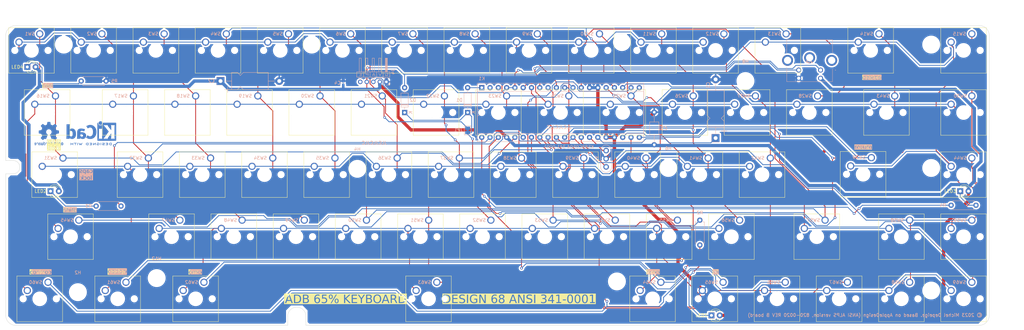
<source format=kicad_pcb>
(kicad_pcb (version 20221018) (generator pcbnew)
  (title_block (title "Design68 341-0001 ANSI") (date "2023-09-14") (rev "1.0") (company "lostwave") (comment 1 "https://github.com/demik/oldworld/blob/master/EDA/Design68/README.md"))
  (layers (0 "F.Cu" signal) (31 "B.Cu" signal) (34 "B.Paste" user) (35 "F.Paste" user) (36 "B.SilkS" user "B.Silkscreen") (37 "F.SilkS" user "F.Silkscreen") (38 "B.Mask" user) (39 "F.Mask" user) (44 "Edge.Cuts" user))
  (net 0 "")
  (net 1 "GND")
  (net 2 "VCC")
  (net 3 "/ADB")
  (net 4 "/~{PWR}")
  (net 5 "Earth")
  (net 6 "Net-(D1-A)")
  (net 7 "/NUM_LED")
  (net 9 "Y3")
  (net 10 "Y5")
  (net 11 "Y7")
  (net 12 "Y9")
  (net 13 "Y8")
  (net 14 "Y6")
  (net 15 "Y4")
  (net 16 "Y2")
  (net 17 "X4")
  (net 18 "X6")
  (net 19 "X8")
  (net 20 "X10")
  (net 21 "X12")
  (net 22 "X7")
  (net 23 "X5")
  (net 24 "X3")
  (net 25 "/RESET")
  (net 26 "/XIN")
  (net 27 "/XOUT")
  (net 28 "X9")
  (net 29 "X11")
  (net 30 "X13")
  (net 31 "X15")
  (net 32 "X17")
  (net 33 "X18")
  (net 34 "X16")
  (net 35 "X14")
  (net 36 "/CAPS_LED")
  (net 37 "/SCROLL_LED")
  (net 38 "Net-(LED1-K)")
  (net 39 "Net-(LED2-K)")
  (net 40 "Net-(LED3-K)")
  (net 41 "X2")
  (net 42 "Net-(LED4-K)")
  (footprint "Button_Switch_Keyboard:SW_Cherry_MX_1.00u_PCB" (layer "F.Cu") (at 205.994 74.422)
    (fp_text reference "SW23")
    (fp_text value "1u")
  )
  (footprint "Button_Switch_Keyboard:SW_Cherry_MX_1.00u_PCB" (layer "F.Cu") (at 267.716 93.472)
    (fp_text reference "SW41")
    (fp_text value "1u")
  )
  (footprint "Button_Switch_Keyboard:SW_Cherry_MX_1.00u_PCB" (layer "F.Cu") (at 258.318 112.522)
    (fp_text reference "SW55")
    (fp_text value "1u")
  )
  (footprint "Button_Switch_Keyboard:SW_Cherry_MX_1.00u_PCB" (layer "F.Cu") (at 229.616 93.472)
    (fp_text reference "SW39")
    (fp_text value "1u")
  )
  (footprint "Button_Switch_Keyboard:SW_Cherry_MX_1.00u_PCB" (layer "F.Cu") (at 348.488 112.522)
    (fp_text reference "SW59")
    (fp_text value "1u")
  )
  (footprint "Button_Switch_Keyboard:SW_Cherry_MX_1.00u_PCB" (layer "F.Cu") (at 239.268 112.522)
    (fp_text reference "SW54")
    (fp_text value "1u")
  )
  (footprint "Button_Switch_Keyboard:SW_Cherry_MX_1.00u_PCB" (layer "F.Cu") (at 277.368 112.522)
    (fp_text reference "SW56")
    (fp_text value "1u")
  )
  (footprint "Button_Switch_Keyboard:SW_Cherry_MX_1.00u_PCB" (layer "F.Cu") (at 62.992 55.372)
    (fp_text reference "SW1")
    (fp_text value "1u")
  )
  (footprint "Button_Switch_Keyboard:SW_Cherry_MX_1.00u_PCB" (layer "F.Cu") (at 253.238 131.572)
    (fp_text reference "SW64")
    (fp_text value "1u")
  )
  (footprint "Button_Switch_Keyboard:SW_Cherry_MX_1.00u_PCB" (layer "F.Cu") (at 186.944 74.422)
    (fp_text reference "SW22")
    (fp_text value "1u")
  )
  (footprint "Button_Switch_Keyboard:SW_Cherry_MX_1.00u_PCB" (layer "F.Cu") (at 139.192 55.372)
    (fp_text reference "SW5")
    (fp_text value "1u")
  )
  (footprint "Button_Switch_Keyboard:SW_Cherry_MX_1.00u_PCB" (layer "F.Cu") (at 110.744 74.422)
    (fp_text reference "SW18")
    (fp_text value "1u")
  )
  (footprint "Button_Switch_Keyboard:SW_Cherry_MX_1.00u_PCB" (layer "F.Cu") (at 153.416 93.472)
    (fp_text reference "SW35")
    (fp_text value "1u")
  )
  (footprint "Button_Switch_Keyboard:SW_Cherry_MX_1.25u_PCB" (layer "F.Cu") (at 89.408 131.572)
    (fp_text reference "SW61")
    (fp_text value "1.25u")
  )
  (footprint "Button_Switch_Keyboard:SW_Cherry_MX_1.00u_PCB" (layer "F.Cu") (at 301.244 74.422)
    (fp_text reference "SW28")
    (fp_text value "1u")
  )
  (footprint "Button_Switch_Keyboard:SW_Cherry_MX_1.00u_PCB" (layer "F.Cu") (at 272.288 131.572)
    (fp_text reference "SW65")
    (fp_text value "1u")
  )
  (footprint "Button_Switch_Keyboard:SW_Cherry_MX_1.00u_PCB" (layer "F.Cu") (at 82.042 55.372)
    (fp_text reference "SW2")
    (fp_text value "1u")
  )
  (footprint "Button_Switch_Keyboard:SW_Cherry_MX_6.25u_PCB" (layer "F.Cu") (at 184.62 131.572)
    (fp_text reference "SW63")
    (fp_text value "6.25u")
  )
  (footprint "Button_Switch_Keyboard:SW_Cherry_MX_1.00u_PCB" (layer "F.Cu") (at 96.266 93.472)
    (fp_text reference "SW32")
    (fp_text value "1u")
  )
  (footprint "Button_Switch_Keyboard:SW_Cherry_MX_1.75u_PCB" (layer "F.Cu") (at 70.104 93.472)
    (fp_text reference "SW31")
    (fp_text value "1.75u")
  )
  (footprint "Button_Switch_Keyboard:SW_Cherry_MX_1.00u_PCB" (layer "F.Cu") (at 348.488 55.372)
    (fp_text reference "SW15")
    (fp_text value "1u")
  )
  (footprint "Button_Switch_Keyboard:SW_Cherry_MX_1.50u_PCB" (layer "F.Cu") (at 324.866 74.422)
    (fp_text reference "SW43")
    (fp_text value "1.5u")
  )
  (footprint "Button_Switch_Keyboard:SW_Cherry_MX_1.00u_PCB" (layer "F.Cu") (at 291.592 55.372)
    (fp_text reference "SW13")
    (fp_text value "1u")
  )
  (footprint "Button_Switch_Keyboard:SW_Cherry_MX_2.25u_PCB" (layer "F.Cu") (at 317.716 93.36)
    (fp_text reference "SW29")
    (fp_text value "2.25u")
  )
  (footprint "Button_Switch_Keyboard:SW_Cherry_MX_1.00u_PCB" (layer "F.Cu") (at 191.516 93.472)
    (fp_text reference "SW37")
    (fp_text value "1u")
  )
  (footprint "LED_THT:LED_D3.0mm" (layer "F.Cu") (at 59.182 65.532)
    (fp_text reference "LED4")
    (fp_text value "LED")
  )
  (footprint "Button_Switch_Keyboard:SW_Cherry_MX_1.75u_PCB" (layer "F.Cu") (at 303.53 112.522)
    (fp_text reference "SW57")
    (fp_text value "1.75u")
  )
  (footprint "Button_Switch_Keyboard:SW_Cherry_MX_1.00u_PCB" (layer "F.Cu") (at 105.918 112.522)
    (fp_text reference "SW47")
    (fp_text value "1u")
  )
  (footprint "Button_Switch_Keyboard:SW_Cherry_MX_1.25u_PCB" (layer "F.Cu") (at 65.532 131.572)
    (fp_text reference "SW60")
    (fp_text value "1.25u")
  )
  (footprint "Button_Switch_Keyboard:SW_Cherry_MX_1.00u_PCB" (layer "F.Cu") (at 115.316 93.472)
    (fp_text reference "SW33")
    (fp_text value "1u")
  )
  (footprint "Button_Switch_Keyboard:SW_Cherry_MX_1.00u_PCB" (layer "F.Cu") (at 91.694 74.422)
    (fp_text reference "SW17")
    (fp_text value "1u")
  )
  (footprint "Button_Switch_Keyboard:SW_Cherry_MX_1.00u_PCB" (layer "F.Cu") (at 163.068 112.522)
    (fp_text reference "SW50")
    (fp_text value "1u")
  )
  (footprint "LED_THT:LED_D3.0mm" (layer "F.Cu") (at 66.294 103.632)
    (fp_text reference "LED2")
    (fp_text value "LED")
  )
  (footprint "Button_Switch_Keyboard:SW_Cherry_MX_1.00u_PCB" (layer "F.Cu") (at 134.366 93.472)
    (fp_text reference "SW34")
    (fp_text value "1u")
  )
  (footprint "Button_Switch_Keyboard:SW_Cherry_MX_1.00u_PCB" (layer "F.Cu") (at 129.794 74.422)
    (fp_text reference "SW19")
    (fp_text value "1u")
  )
  (footprint "Button_Switch_Keyboard:SW_Cherry_MX_1.00u_PCB" (layer "F.Cu") (at 329.438 131.572)
    (fp_text reference "SW68")
    (fp_text value "1u")
  )
  (footprint "Button_Switch_Keyboard:SW_Cherry_MX_1.00u_PCB" (layer "F.Cu") (at 248.666 93.472)
    (fp_text reference "SW40")
    (fp_text value "1u")
  )
  (footprint "Button_Switch_Keyboard:SW_Cherry_MX_1.00u_PCB" (layer "F.Cu") (at 177.292 55.372)
    (fp_text reference "SW7")
    (fp_text value "1u")
  )
  (footprint "Button_Switch_Keyboard:SW_Cherry_MX_1.00u_PCB" (layer "F.Cu") (at 348.488 93.472)
    (fp_text reference "SW44")
    (fp_text value "1u")
  )
  (footprint "Button_Switch_Keyboard:SW_Cherry_MX_1.00u_PCB" (layer "F.Cu") (at 220.218 112.522)
    (fp_text reference "SW53")
    (fp_text value "1u")
  )
  (footprint "Button_Switch_Keyboard:SW_Cherry_MX_1.00u_PCB" (layer "F.Cu") (at 210.566 93.472)
    (fp_text reference "SW38")
    (fp_text value "1u")
  )
  (footprint "Button_Switch_Keyboard:SW_Cherry_MX_1.00u_PCB" (layer "F.Cu") (at 182.118 112.522)
    (fp_text reference "SW51")
    (fp_text value "1u")
  )
  (footprint "Button_Switch_Keyboard:SW_Cherry_MX_1.00u_PCB" (layer "F.Cu") (at 172.466 93.472)
    (fp_text reference "SW36")
    (fp_text value "1u")
  )
  (footprint "Button_Switch_Keyboard:SW_Cherry_MX_1.00u_PCB" (layer "F.Cu") (at 253.492 55.372)
    (fp_text reference "SW11")
    (fp_text value "1u")
  )
  (footprint "Button_Switch_Keyboard:SW_Cherry_MX_1.00u_PCB" (layer "F.Cu") (at 244.094 74.422)
    (fp_text reference "SW25")
    (fp_text value "1u")
  )
  (footprint "Button_Switch_Keyboard:SW_Cherry_MX_1.00u_PCB" (layer "F.Cu") (at 282.194 74.422)
    (fp_text reference "SW27")
    (fp_text value "1u")
  )
  (footprint "Button_Switch_Keyboard:SW_Cherry_MX_1.00u_PCB" (layer "F.Cu") (at 329.438 112.522)
    (fp_text reference "SW58")
    (fp_text value "1u")
  )
  (footprint "Button_Switch_Keyboard:SW_Cherry_MX_1.00u_PCB" (layer "F.Cu") (at 148.844 74.422)
    (fp_text reference "SW20")
    (fp_text value "1u")
  )
  (footprint "Button_Switch_Keyboard:SW_Cherry_MX_1.00u_PCB" (layer "F.Cu") (at 291.338 131.572)
    (fp_text reference "SW66")
    (fp_text value "1u")
  )
  (footprint "Button_Switch_Keyboard:SW_Cherry_MX_1.00u_PCB" (layer "F.Cu") (at 201.168 112.522)
    (fp_text reference "SW52")
    (fp_text value "1u")
  )
  (footprint "Button_Switch_Keyboard:SW_Cherry_MX_1.00u_PCB" (layer "F.Cu") (at 120.142 55.372)
    (fp_text reference "SW4")
    (fp_text value "1u")
  )
  (footprint "Button_Switch_Keyboard:SW_Cherry_MX_1.00u_PCB" (layer "F.Cu") (at 167.894 74.422)
    (fp_text reference "SW21")
    (fp_text value "1u")
  )
  (footprint "Button_Switch_Keyboard:SW_Cherry_MX_1.00u_PCB" (layer "F.Cu") (at 215.392 55.372)
    (fp_text reference "SW9")
    (fp_text value "1u")
  )
  (footprint "Button_Switch_Keyboard:SW_Cherry_MX_1.00u_PCB" (layer "F.Cu") (at 348.488 74.422)
    (fp_text reference "SW30")
    (fp_text value "1u")
  )
  (footprint "LED_THT:LED_D3.0mm" (layer "F.Cu") (at 268.727 141.732)
    (fp_text reference "LED1")
    (fp_text value "LED")
  )
  (footprint "Button_Switch_Keyboard:SW_Cherry_MX_1.00u_PCB" (layer "F.Cu") (at 225.044 74.422)
    (fp_text reference "SW24")
    (fp_text value "1u")
  )
  (footprint "Button_Switch_Keyboard:SW_Cherry_MX_1.50u_PCB" (layer "F.Cu") (at 67.818 74.422)
    (fp_text reference "SW16")
    (fp_text value "1.5u")
  )
  (footprint "Button_Switch_Keyboard:SW_Cherry_MX_1.00u_PCB" (layer "F.Cu") (at 272.542 55.372)
    (fp_text reference "SW12")
    (fp_text value "1u")
  )
  (footprint "Button_Switch_Keyboard:SW_Cherry_MX_2.25u_PCB" (layer "F.Cu") (at 74.968 112.522)
    (fp_text reference "SW45")
    (fp_text value "2.25u")
  )
  (footprint "Button_Switch_Keyboard:SW_Cherry_MX_1.00u_PCB" (layer "F.Cu") (at 158.242 55.372)
    (fp_text reference "SW6")
    (fp_text value "1u")
  )
  (footprint "Button_Switch_Keyboard:SW_Cherry_MX_1.00u_PCB" (layer "F.Cu") (at 348.488 131.572)
    (fp_text reference "SW69")
    (fp_text value "1u")
  )
  (footprint "Button_Switch_Keyboard:SW_Cherry_MX_1.00u_PCB" (layer "F.Cu") (at 101.092 55.372)
    (fp_text reference "SW3")
    (fp_text value "1u")
  )
  (footprint "Button_Switch_Keyboard:SW_Cherry_MX_2.00u_PCB" (layer "F.Cu") (at 320.04 55.372)
    (fp_text reference "SW14")
    (fp_text value "2u")
  )
  (footprint "Button_Switch_Keyboard:SW_Cherry_MX_1.25u_PCB" (layer "F.Cu") (at 113.284 131.572)
    (fp_text reference "SW62")
    (fp_text value "1.25u")
  )
  (footprint "Button_Switch_Keyboard:SW_Cherry_MX_1.00u_PCB" (layer "F.Cu") (at 144.018 112.522)
    (fp_text reference "SW49")
    (fp_text value "1u")
  )
  (footprint "Button_Switch_Keyboard:SW_Cherry_MX_1.00u_PCB" (layer "F.Cu") (at 234.442 55.372)
    (fp_text reference "SW10")
    (fp_text value "1u")
  )
  (footprint "Button_Switch_Keyboard:SW_Cherry_MX_1.00u_PCB" (layer "F.Cu") (at 263.144 74.422)
    (fp_text reference "SW26")
    (fp_text value "1u")
  )
  (footprint "Button_Switch_Keyboard:SW_Cherry_MX_1.00u_PCB" (layer "F.Cu") (at 196.342 55.372)
    (fp_text reference "SW8")
    (fp_text value "1u")
  )
  (footprint "Button_Switch_Keyboard:SW_Cherry_MX_1.00u_PCB" (layer "F.Cu") (at 310.388 131.572)
    (fp_text reference "SW67")
    (fp_text value "1u")
  )
  (footprint "Button_Switch_Keyboard:SW_Cherry_MX_1.00u_PCB" (layer "F.Cu") (at 124.968 112.522)
    (fp_text reference "SW48")
    (fp_text value "1u")
  )
  (footprint "Button_Switch_Keyboard:SW_Cherry_MX_1.00u_PCB" (layer "F.Cu") (at 286.766 93.472)
    (fp_text reference "SW42")
    (fp_text value "1u")
  )
  (footprint "LED_THT:LED_D3.0mm" (layer "F.Cu") (at 344.927 103.632)
    (fp_text reference "LED3")
    (fp_text value "LED")
  )
  (footprint "MountingHole:MountingHole_5.5mm" (layer "B.Cu") (at 336.042 96.52 180)
    (fp_text reference "H10" hide)
    (fp_text value "MountingHole")
  )
  (footprint "MountingHole:MountingHole_5.5mm" (layer "B.Cu") (at 241.3 57.912 180)
    (fp_text reference "H5" hide)
    (fp_text value "MountingHole")
  )
  (footprint "Package_DIP:DIP-40_W15.24mm_Socket" (layer "B.Cu") (at 198.374 71.882 -90)
    (fp_text reference "K1")
    (fp_text value "KS88C0504 DIP Socket")
  )
  (footprint "Resistor_THT:R_Axial_DIN0207_L6.3mm_D2.5mm_P7.62mm_Horizontal" (layer "B.Cu") (at 80.264 108.204)
    (fp_text reference "R3")
    (fp_text value "180")
  )
  (footprint "MountingHole:MountingHole_5.5mm" (layer "B.Cu") (at 239.776 131.318 180)
    (fp_text reference "H7" hide)
    (fp_text value "MountingHole")
  )
  (footprint "Resistor_THT:R_Axial_DIN0207_L6.3mm_D2.5mm_P7.62mm_Horizontal" (layer "B.Cu") (at 349.758 107.95 180)
    (fp_text reference "R4")
    (fp_text value "180")
  )
  (footprint "Capacitor_SMD:C_0402_1005Metric_Pad0.74x0.62mm_HandSolder" (layer "B.Cu") (at 155.956 70.4175 90)
    (fp_text reference "C4")
    (fp_text value locked "47uF")
  )
  (footprint "MountingHole:MountingHole_5.5mm" (layer "B.Cu") (at 255.524 96.52 180)
    (fp_text reference "H6")
    (fp_text value "MountingHole")
  )
  (footprint "Resistor_THT:R_Axial_DIN0207_L6.3mm_D2.5mm_P7.62mm_Horizontal" (layer "B.Cu") (at 265.176 112.522 -90)
    (fp_text reference "R2")
    (fp_text value "180")
  )
  (footprint "MountingHole:MountingHole_5.5mm" (layer "B.Cu") (at 336.042 134.112 180)
    (fp_text reference "H11" hide)
    (fp_text value "MountingHole")
  )
  (footprint "Diode_THT:D_DO-35_SOD27_P7.62mm_Horizontal" (layer "B.Cu") (at 174.752 79.502 90)
    (fp_text reference "D2")
    (fp_text value "1N4148")
  )
  (footprint "Symbol:OSHW-Logo2_9.8x8mm_Copper" (layer "B.Cu") (at 65.786 86.106 180)
    (fp_text reference "REF**" hide)
    (fp_text value "OSHW-Logo2_9.8x8mm_Copper" hide)
  )
  (footprint "MountingHole:MountingHole_5.5mm" (layer "B.Cu") (at 70.358 58.674 180)
    (fp_text reference "H1" hide)
    (fp_text value "MountingHole")
  )
  (footprint "MountingHole:MountingHole_5.5mm" (layer "B.Cu") (at 98.806 130.302 180)
    (fp_text reference "H12")
    (fp_text value "MountingHole")
  )
  (footprint "Symbol:KiCad-Logo2_6mm_Copper" (layer "B.Cu") (at 78.747487 85.156848 180)
    (fp_text reference "REF**" hide)
    (fp_text value "KiCad-Logo2_6mm_Copper" hide)
  )
  (footprint "Connector_PinHeader_2.00mm:PinHeader_1x05_P2.00mm_Horizontal" (layer "B.Cu") (at 169.164 70.104 90)
    (fp_text reference "J4")
    (fp_text value "Wires")
  )
  (footprint "MountingHole:MountingHole_5.5mm" (layer "B.Cu") (at 336.042 58.674 180)
    (fp_text reference "H9" hide)
    (fp_text value "MountingHole")
  )
  (footprint "5749181:57491811" (layer "B.Cu") (at 302.152 66.49)
    (fp_text reference "J3")
    (fp_text value "Mini-DIN-4" hide)
  )
  (footprint "MountingHole:MountingHole_5.5mm" (layer "B.Cu") (at 146.304 58.674 180)
    (fp_text reference "H3" hide)
    (fp_text value "MountingHole")
  )
  (footprint "Resistor_THT:R_Axial_DIN0207_L6.3mm_D2.5mm_P7.62mm_Horizontal" (layer "B.Cu") (at 75.692 69.85)
    (fp_text reference "R5")
    (fp_text value "470")
  )
  (footprint "MountingHole:MountingHole_5.5mm" (layer "B.Cu") (at 160.274 96.774 180)
    (fp_text reference "H4")
    (fp_text value "MountingHole")
  )
  (footprint "Crystal:Resonator_Murata_CSTLSxxxG-3Pin_W8.0mm_H3.0mm" (layer "B.Cu") (at 236.474 91.186 -90)
    (fp_text reference "Y1")
    (fp_text value "4 MHz")
  )
  (footprint "Diode_THT:D_DO-35_SOD27_P7.62mm_Horizontal" (layer "B.Cu") (at 194.056 79.502 90)
    (fp_text reference "D1")
    (fp_text value "1N4148")
  )
  (footprint "MountingHole:MountingHole_5.5mm" (layer "B.Cu") (at 74.676 134.62 180)
    (fp_text reference "H2")
    (fp_text value "MountingHole")
  )
  (footprint "MountingHole:MountingHole_5.5mm" (layer "B.Cu") (at 279.146 69.85 180)
    (fp_text reference "H8")
    (fp_text value "MountingHole")
  )
  (footprint "Capacitor_THT:CP_Axial_L11.0mm_D5.0mm_P18.00mm_Horizontal" (layer "B.Cu") (at 118.364 69.85)
    (fp_text reference "C2")
    (fp_text value "10uF")
  )
  (footprint "Capacitor_THT:CP_Axial_L11.0mm_D5.0mm_P18.00mm_Horizontal" (layer "B.Cu") (at 270.002 87.342 90)
    (fp_text reference "C1")
    (fp_text value "4.7uF")
  )
  (footprint "Capacitor_THT:C_Axial_L3.8mm_D2.6mm_P10.00mm_Horizontal" (layer "B.Cu") (at 251.206 89.408 90)
    (fp_text reference "C3")
    (fp_text value "100nF")
  )
  (footprint "Jumper:SolderJumper-2_P1.3mm_Bridged_Pad1.0x1.5mm" (layer "B.Cu") (at 194.056 84.978 -90)
    (fp_text reference "JP1")
    (fp_text value "Jumper_2_Bridged")
  )
  (gr_line (start 138.938 144.78) (end 55.626 144.78) (stroke (width 0.1)) (layer "Edge.Cuts"))
  (gr_line (start 54.864 94.234) (end 52.578 94.234) (stroke (width 0.1)) (layer "Edge.Cuts"))
  (gr_line (start 350.774 144.78) (end 144.526 144.78) (stroke (width 0.1)) (layer "Edge.Cuts"))
  (gr_arc (start 52.578 55.88) (mid 53.470739 53.724739) (end 55.626 52.832) (stroke (width 0.1)) (layer "Edge.Cuts"))
  (gr_line (start 55.626 52.832) (end 350.774 52.832) (stroke (width 0.1)) (layer "Edge.Cuts"))
  (gr_arc (start 54.864 94.234) (mid 56.896 96.266) (end 54.864 98.298) (stroke (width 0.1)) (layer "Edge.Cuts"))
  (gr_arc (start 353.822 141.732) (mid 352.929261 143.887261) (end 350.774 144.78) (stroke (width 0.1)) (layer "Edge.Cuts"))
  (gr_line (start 52.578 94.234) (end 52.578 55.88) (stroke (width 0.1)) (layer "Edge.Cuts"))
  (gr_line (start 353.822 55.88) (end 353.822 141.732) (stroke (width 0.1)) (layer "Edge.Cuts"))
  (gr_arc (start 350.774 52.832) (mid 352.929261 53.724739) (end 353.822 55.88) (stroke (width 0.1)) (layer "Edge.Cuts"))
  (gr_line (start 54.864 98.298) (end 52.578 98.298) (stroke (width 0.1)) (layer "Edge.Cuts"))
  (gr_line (start 138.938 141.986) (end 138.938 144.78) (stroke (width 0.1)) (layer "Edge.Cuts"))
  (gr_arc (start 138.938 141.986) (mid 141.732 139.192) (end 144.526 141.986) (stroke (width 0.1)) (layer "Edge.Cuts"))
  (gr_line (start 52.578 141.732) (end 52.578 98.298) (stroke (width 0.1)) (layer "Edge.Cuts"))
  (gr_line (start 144.526 141.986) (end 144.526 144.78) (stroke (width 0.1)) (layer "Edge.Cuts"))
  (gr_arc (start 55.626 144.78) (mid 53.470739 143.887261) (end 52.578 141.732) (stroke (width 0.1)) (layer "Edge.Cuts"))
  (gr_text "delete" (at 318.008 68.834) (layer "B.SilkS" knockout) (effects (font (size 1.27 1.27)) (justify mirror)))
  (gr_text "control" (at 63.5 128.524) (layer "B.SilkS" knockout) (effects (font (size 1.27 1.27)) (justify mirror)))
  (gr_text "© 2023 Michel Depeige. Based on AppleDesign (ANSI ALPS version, 820-0020 REV B board)" (at 351.79 142.24) (layer "B.SilkS") (effects (font (size 1 1)) (justify left bottom mirror)))
  (gr_text "return" (at 315.214 90.17) (layer "B.SilkS" knockout) (effects (font (size 1.27 1.27)) (justify mirror)))
  (gr_text "JLCJLCJLC" (at 226.06 84.582) (layer "B.SilkS") (effects (font (size 1 1)) (justify left bottom mirror)))
  (gr_text "caps\nlock" (at 77.216 98.552) (layer "B.SilkS" knockout) (effects (font (size 1.27 1.27)) (justify mirror)))
  (gr_text "fn" (at 270.002 128.524) (layer "B.SilkS" knockout) (effects (font (size 1.27 1.27)) (justify mirror)))
  (gr_text "shift" (at 72.39 109.474) (layer "B.SilkS" knockout) (effects (font (size 1.27 1.27)) (justify mirror)))
  (gr_text "option" (at 86.868 128.27) (layer "B.SilkS" knockout) (effects (font (size 1.27 1.27)) (justify mirror)))
  (gr_text "G V A P E" (at 169.926 68.326) (layer "B.SilkS") (effects (font (size 0.8 1.2) (thickness 0.1)) (justify left bottom mirror)))
  (gr_text "cmd" (at 110.744 128.524) (layer "B.SilkS" knockout) (effects (font (size 1.27 1.27)) (justify mirror)))
  (gr_text "KS88C0504 341-0001" (at 232.664 90.678) (layer "B.SilkS") (effects (font (size 1 1)) (justify left bottom mirror)))
  (gr_text "cmd" (at 250.952 128.524) (layer "B.SilkS" knockout) (effects (font (size 1.27 1.27)) (justify mirror)))
  (gr_text "JLCJLCJLC" (at 169.418 89.408) (layer "B.SilkS") (effects (font (size 1 1)) (justify left bottom mirror)))
  (gr_text "tab" (at 65.532 71.374) (layer "B.SilkS" knockout) (effects (font (size 1.27 1.27)) (justify mirror)))
  (gr_text "delete" (at 317.754 68.834) (layer "F.SilkS" knockout) (effects (font (size 1.27 1.27))))
  (gr_text "cmd" (at 250.698 128.524) (layer "F.SilkS" knockout) (effects (font (size 1.27 1.27))))
  (gr_text "caps\nlock" (at 67.31 89.408) (layer "F.SilkS" knockout) (effects (font (size 1.27 1.27))))
  (gr_text "control" (at 62.992 128.524) (layer "F.SilkS" knockout) (effects (font (size 1.27 1.27))))
  (gr_text "DESIGN 68 ANSI 341-0001" (at 209.804 136.906) (layer "F.SilkS" knockout) (effects (font (size 2.54 2.54) (thickness 0.3175))))
  (gr_text "shift" (at 72.136 109.474) (layer "F.SilkS" knockout) (effects (font (size 1.27 1.27))))
  (gr_text "return" (at 315.214 90.17) (layer "F.SilkS" knockout) (effects (font (size 1.27 1.27))))
  (gr_text "ADB 65% KEYBOARD\n" (at 156.718 136.906) (layer "F.SilkS" knockout) (effects (font (size 2.54 2.54) (thickness 0.3175))))
  (gr_text "tab" (at 65.278 71.374) (layer "F.SilkS" knockout) (effects (font (size 1.27 1.27))))
  (gr_text "cmd" (at 110.49 128.524) (layer "F.SilkS" knockout) (effects (font (size 1.27 1.27))))
  (gr_text "option" (at 86.614 128.27) (layer "F.SilkS" knockout) (effects (font (size 1.27 1.27))))
  (gr_text "fn" (at 270.002 128.524) (layer "F.SilkS" knockout) (effects (font (size 1.27 1.27))))
  (segment (start 258.937182 116.719512) (end 258.937182 124.063183) (width 1) (layer "F.Cu") (net 1))
  (segment (start 254.504925 112.287255) (end 258.937182 116.719512) (width 1) (layer "F.Cu") (net 1))
  (segment (start 258.488 126.408) (end 266.192 134.112) (width 1) (layer "F.Cu") (net 1))
  (segment (start 239.014 87.122) (end 242.316 83.82) (width 1) (layer "F.Cu") (net 1))
  (segment (start 258.937182 124.063183) (end 258.488 124.512365) (width 1) (layer "F.Cu") (net 1))
  (segment (start 236.474 87.122) (end 239.014 87.122) (width 1) (layer "F.Cu") (net 1))
  (segment (start 239.014 91.146) (end 239.014 90.424) (width 1) (layer "F.Cu") (net 1))
  (segment (start 239.014 90.424) (end 239.014 98.782742) (width 1) (layer "F.Cu") (net 1))
  (segment (start 236.474 93.686) (end 239.014 91.146) (width 1) (layer "F.Cu") (net 1))
  (segment (start 236.474 87.122) (end 236.474 83.45063) (width 1) (layer "F.Cu") (net 1))
  (segment (start 239.014 90.424) (end 239.014 87.122) (width 1) (layer "F.Cu") (net 1))
  (segment (start 252.518513 112.287255) (end 254.504925 112.287255) (width 1) (layer "F.Cu") (net 1))
  (segment (start 258.488 124.512365) (end 258.488 126.408) (width 1) (layer "F.Cu") (net 1))
  (segment (start 233.934 80.91063) (end 233.934 71.882) (width 1) (layer "F.Cu") (net 1))
  (segment (start 236.474 83.45063) (end 233.934 80.91063) (width 1) (layer "F.Cu") (net 1))
  (segment (start 239.014 98.782742) (end 252.518513 112.287255) (width 1) (layer "F.Cu") (net 1))
  (segment (start 246.794 83.82) (end 251.206 79.408) (width 1) (layer "F.Cu") (net 1))
  (segment (start 242.316 83.82) (end 246.794 83.82) (width 1) (layer "F.Cu") (net 1))
  (segment (start 169.164 70.104) (end 169.164 68.429) (width 1) (layer "B.Cu") (net 1))
  (segment (start 169.164 68.429) (end 169.014 68.279) (width 1) (layer "B.Cu") (net 1))
  (segment (start 156.21 68.279) (end 137.935 68.279) (width 1) (layer "B.Cu") (net 1))
  (segment (start 155.956 69.85) (end 155.956 68.533) (width 1) (layer "B.Cu") (net 1))
  (segment (start 285.242 65.786) (end 288.446 68.99) (width 1) (layer "B.Cu") (net 1))
  (segment (start 176.593 74.105) (end 182.118 68.58) (width 1) (layer "B.Cu") (net 1))
  (segment (start 270.002 69.498) (end 234.794 69.498) (width 1) (layer "B.Cu") (net 1))
  (segment (start 231.394 70.104) (end 231.394 71.882) (width 1) (layer "B.Cu") (net 1))
  (segment (start 231.394 71.882) (end 233.934 71.882) (width 1) (layer "B.Cu") (net 1))
  (segment (start 233.934 70.358) (end 233.934 71.882) (width 1) (layer "B.Cu") (net 1))
  (segment (start 182.118 68.58) (end 229.87 68.58) (width 1) (layer "B.Cu") (net 1))
  (segment (start 122.428 67.056) (end 86.106 67.056) (width 1) (layer "B.Cu") (net 1))
  (segment (start 155.956 68.533) (end 156.21 68.279) (width 1) (layer "B.Cu") (net 1))
  (segment (start 169.164 70.969274) (end 172.299726 74.105) (width 1) (layer "B.Cu") (net 1))
  (segment (start 137.935 68.279) (end 136.364 69.85) (width 1) (layer "B.Cu") (net 1))
  (segment (start 234.794 69.498) (end 233.934 70.358) (width 1) (layer "B.Cu") (net 1))
  (segment (start 270.002 69.342) (end 273.05 69.342) (width 1) (layer "B.Cu") (net 1))
  (segment (start 86.106 67.056) (end 83.312 69.85) (width 1) (layer "B.Cu") (net 1))
  (segment (start 169.014 68.279) (end 156.21 68.279) (width 1) (layer "B.Cu") (net 1))
  (segment (start 169.164 70.104) (end 169.164 70.969274) (width 1) (layer "B.Cu") (net 1))
  (segment (start 136.364 69.85) (end 125.222 69.85) (width 1) (layer "B.Cu") (net 1))
  (segment (start 229.87 68.58) (end 231.394 70.104) (width 1) (layer "B.Cu") (net 1))
  (segment (start 288.446 68.99) (end 295.452 68.99) (width 1) (layer "B.Cu") (net 1))
  (segment (start 276.606 65.786) (end 285.242 65.786) (width 1) (layer "B.Cu") (net 1))
  (segment (start 125.222 69.85) (end 122.428 67.056) (width 1) (layer "B.Cu") (net 1))
  (segment (start 172.299726 74.105) (end 176.593 74.105) (width 1) (layer "B.Cu") (net 1))
  (segment (start 273.05 69.342) (end 276.606 65.786) (width 1) (layer "B.Cu") (net 1))
  (segment (start 337.82 116.202206) (end 347.467 106.555206) (width 1) (layer "F.Cu") (net 2))
  (segment (start 172.72 76.614594) (end 172.72 80.850742) (width 1) (layer "F.Cu") (net 2))
  (segment (start 333.248 141.732) (end 339.852 135.128) (width 1) (layer "F.Cu") (net 2))
  (segment (start 337.82 119.126) (end 337.82 116.202206) (width 1) (layer "F.Cu") (net 2))
  (segment (start 203.708 84.836) (end 205.994 87.122) (width 1) (layer "F.Cu") (net 2))
  (segment (start 167.164 70.104) (end 167.164 71.058594) (width 1) (layer "F.Cu") (net 2))
  (segment (start 271.267 141.732) (end 333.248 141.732) (width 1) (layer "F.Cu") (net 2))
  (segment (start 339.852 135.128) (end 339.852 121.158) (width 1) (layer "F.Cu") (net 2))
  (segment (start 167.164 71.058594) (end 172.72 76.614594) (width 1) (layer "F.Cu") (net 2))
  (segment (start 347.467 106.555206) (end 347.467 103.632) (width 1) (layer "F.Cu") (net 2))
  (segment (start 339.852 121.158) (end 337.82 119.126) (width 1) (layer "F.Cu") (net 2))
  (segment (start 176.705258 84.836) (end 203.708 84.836) (width 1) (layer "F.Cu") (net 2))
  (segment (start 172.72 80.850742) (end 176.705258 84.836) (width 1) (layer "F.Cu") (net 2))
  (segment (start 57.912 76.454) (end 62.887 71.479) (width 1) (layer "B.Cu") (net 2))
  (segment (start 347.467 103.632) (end 347.467 102.359208) (width 1) (layer "B.Cu") (net 2))
  (segment (start 208.508 89.636) (end 205.994 87.122) (width 1) (layer "B.Cu") (net 2))
  (segment (start 339.09 104.648) (end 309.400726 104.648) (width 1) (layer "B.Cu") (net 2))
  (segment (start 62.887 66.697) (end 61.722 65.532) (width 1) (layer "B.Cu") (net 2))
  (segment (start 346.707792 101.6) (end 342.138 101.6) (width 1) (layer "B.Cu") (net 2))
  (segment (start 155.956 72.39) (end 166.624 72.39) (width 1) (layer "B.Cu") (net 2))
  (segment (start 166.624 72.39) (end 167.164 71.85) (width 1) (layer "B.Cu") (net 2))
  (segment (start 305.552 72.39) (end 302.152 68.99) (width 1) (layer "B.Cu") (net 2))
  (segment (start 349.25 100.576208) (end 349.25 96.52) (width 1) (layer "B.Cu") (net 2))
  (segment (start 108.712 71.479) (end 110.341 69.85) (width 1) (layer "B.Cu") (net 2))
  (segment (start 59.69 99.568) (end 59.69 83.312) (width 1) (layer "B.Cu") (net 2))
  (segment (start 167.164 71.088) (end 167.164 71.85) (width 1) (layer "B.Cu") (net 2))
  (segment (start 62.887 71.479) (end 108.712 71.479) (width 1) (layer "B.Cu") (net 2))
  (segment (start 120.904 72.39) (end 155.956 72.39) (width 1) (layer "B.Cu") (net 2))
  (segment (start 349.25 78.232) (end 343.408 72.39) (width 1) (layer "B.Cu") (net 2))
  (segment (start 306.665726 101.913) (end 298.509 101.913) (width 1) (layer "B.Cu") (net 2))
  (segment (start 349.25 96.52) (end 351.282 94.488) (width 1) (layer "B.Cu") (net 2))
  (segment (start 351.282 94.488) (end 351.282 91.694) (width 1) (layer "B.Cu") (net 2))
  (segment (start 110.341 69.85) (end 118.364 69.85) (width 1) (layer "B.Cu") (net 2))
  (segment (start 305.552 72.39) (end 343.408 72.39) (width 1) (layer "B.Cu") (net 2))
  (segment (start 68.834 102.616) (end 67.933371 101.715371) (width 1) (layer "B.Cu") (net 2))
  (segment (start 349.25 100.576208) (end 347.467 102.359208) (width 1) (layer "B.Cu") (net 2))
  (segment (start 62.887 71.479) (end 62.887 66.697) (width 1) (layer "B.Cu") (net 2))
  (segment (start 347.467 102.359208) (end 346.707792 101.6) (width 1) (layer "B.Cu") (net 2))
  (segment (start 349.25 89.662) (end 349.25 78.232) (width 1) (layer "B.Cu") (net 2))
  (segment (start 118.364 69.85) (end 120.904 72.39) (width 1) (layer "B.Cu") (net 2))
  (segment (start 298.509 101.913) (end 286.232 89.636) (width 1) (layer "B.Cu") (net 2))
  (segment (start 286.232 89.636) (end 208.508 89.636) (width 1) (layer "B.Cu") (net 2))
  (segment (start 59.69 83.312) (end 57.912 81.534) (width 1) (layer "B.Cu") (net 2))
  (segment (start 342.138 101.6) (end 339.09 104.648) (width 1) (layer "B.Cu") (net 2))
  (segment (start 351.282 91.694) (end 349.25 89.662) (width 1) (layer "B.Cu") (net 2))
  (segment (start 67.933371 101.715371) (end 61.837371 101.715371) (width 1) (layer "B.Cu") (net 2))
  (segment (start 61.837371 101.715371) (end 59.69 99.568) (width 1) (layer "B.Cu") (net 2))
  (segment (start 68.834 103.632) (end 68.834 102.616) (width 1) (layer "B.Cu") (net 2))
  (segment (start 309.400726 104.648) (end 306.665726 101.913) (width 1) (layer "B.Cu") (net 2))
  (segment (start 167.164 70.104) (end 167.164 71.088) (width 1) (layer "B.Cu") (net 2))
  (segment (start 57.912 81.534) (end 57.912 76.454) (width 1) (layer "B.Cu") (net 2))
  (segment (start 155.956 72.39) (end 155.956 70.985) (width 0.8) (layer "B.Cu") (net 2))
  (segment (start 208.534 67.564) (end 208.534 71.882) (width 0.25) (layer "F.Cu") (net 3))
  (segment (start 209.55 66.548) (end 208.534 67.564) (width 0.25) (layer "F.Cu") (net 3))
  (via (at 209.55 66.548) (size 0.8) (drill 0.4) (layers "F.Cu" "B.Cu") (net 3))
  (segment (start 289.052 66.04) (end 293.624 66.04) (width 0.25) (layer "B.Cu") (net 3))
  (segment (start 168.164 71.136) (end 171.958 74.93) (width 0.25) (layer "B.Cu") (net 3))
  (segment (start 209.55 66.548) (end 210.317 66.548) (width 0.25) (layer "B.Cu") (net 3))
  (segment (start 167.64 69.104) (end 168.164 69.628) (width 0.25) (layer "B.Cu") (net 3))
  (segment (start 293.624 66.04) (end 294.64 65.024) (width 0.25) (layer "B.Cu") (net 3))
  (segment (start 165.164 70.104) (end 166.164 69.104) (width 0.25) (layer "B.Cu") (net 3))
  (segment (start 211.074 67.305) (end 214.63 67.305) (width 0.25) (layer "B.Cu") (net 3))
  (segment (start 300.686 65.024) (end 302.152 66.49) (width 0.25) (layer "B.Cu") (net 3))
  (segment (start 168.164 69.628) (end 168.164 71.136) (width 0.25) (layer "B.Cu") (net 3))
  (segment (start 294.64 65.024) (end 300.686 65.024) (width 0.25) (layer "B.Cu") (net 3))
  (segment (start 215.953 65.982) (end 273.362 65.982) (width 0.25) (layer "B.Cu") (net 3))
  (segment (start 188.976 71.374) (end 191.008 73.406) (width 0.25) (layer "B.Cu") (net 3))
  (segment (start 273.362 65.982) (end 275.59 63.754) (width 0.25) (layer "B.Cu") (net 3))
  (segment (start 171.958 74.93) (end 182.118 74.93) (width 0.25) (layer "B.Cu") (net 3))
  (segment (start 185.674 71.374) (end 188.976 71.374) (width 0.25) (layer "B.Cu") (net 3))
  (segment (start 182.118 74.93) (end 185.674 71.374) (width 0.25) (layer "B.Cu") (net 3))
  (segment (start 208.534 71.882) (end 205.994 71.882) (width 0.25) (layer "B.Cu") (net 3))
  (segment (start 214.63 67.305) (end 215.953 65.982) (width 0.25) (layer "B.Cu") (net 3))
  (segment (start 210.317 66.548) (end 211.074 67.305) (width 0.25) (layer "B.Cu") (net 3))
  (segment (start 275.59 63.754) (end 286.766 63.754) (width 0.25) (layer "B.Cu") (net 3))
  (segment (start 166.164 69.104) (end 167.64 69.104) (width 0.25) (layer "B.Cu") (net 3))
  (segment (start 191.008 73.406) (end 204.47 73.406) (width 0.25) (layer "B.Cu") (net 3))
  (segment (start 286.766 63.754) (end 289.052 66.04) (width 0.25) (layer "B.Cu") (net 3))
  (segment (start 204.47 73.406) (end 205.994 71.882) (width 0.25) (layer "B.Cu") (net 3))
  (segment (start 163.164 72.428) (end 168.46 77.724) (width 0.25) (layer "F.Cu") (net 4))
  (segment (start 168.46 77.724) (end 168.46 80.83) (width 0.25) (layer "F.Cu") (net 4))
  (segment (start 163.164 66.0615) (end 163.164 70.104) (width 0.25) (layer "F.Cu") (net 4))
  (segment (start 163.4395 65.786) (end 163.164 66.0615) (width 0.25) (layer "F.Cu") (net 4))
  (segment (start 168.46 80.83) (end 168.656 81.026) (width 0.25) (layer "F.Cu") (net 4))
  (segment (start 163.164 70.104) (end 163.164 72.428) (width 0.25) (layer "F.Cu") (net 4))
  (via (at 168.656 81.026) (size 0.8) (drill 0.4) (layers "F.Cu" "B.Cu") (net 4))
  (via (at 163.4395 65.786) (size 0.8) (drill 0.4) (layers "F.Cu" "B.Cu") (net 4))
  (segment (start 273.548396 66.432) (end 275.776396 64.204) (width 0.25) (layer "B.Cu") (net 4))
  (segment (start 216.139396 66.432) (end 273.548396 66.432) (width 0.25) (layer "B.Cu") (net 4))
  (segment (start 214.816396 67.755) (end 216.139396 66.432) (width 0.25) (layer "B.Cu") (net 4))
  (segment (start 174.752 71.882) (end 174.752 67.755) (width 0.25) (layer "B.Cu") (net 4))
  (segment (start 174.435 67.755) (end 174.752 67.755) (width 0.25) (layer "B.Cu") (net 4))
  (segment (start 288.865604 66.49) (end 286.579604 64.204) (width 0.25) (layer "B.Cu") (net 4))
  (segment (start 194.056 84.328) (end 192.055 82.327) (width 0.25) (layer "B.Cu") (net 4))
  (segment (start 163.4395 65.786) (end 172.466 65.786) (width 0.25) (layer "B.Cu") (net 4))
  (segment (start 192.055 82.327) (end 169.957 82.327) (width 0.25) (layer "B.Cu") (net 4))
  (segment (start 295.452 66.49) (end 288.865604 66.49) (width 0.25) (layer "B.Cu") (net 4))
  (segment (start 169.957 82.327) (end 168.656 81.026) (width 0.25) (layer "B.Cu") (net 4))
  (segment (start 174.752 67.755) (end 214.816396 67.755) (width 0.25) (layer "B.Cu") (net 4))
  (segment (start 275.776396 64.204) (end 286.579604 64.204) (width 0.25) (layer "B.Cu") (net 4))
  (segment (start 172.466 65.786) (end 174.435 67.755) (width 0.25) (layer "B.Cu") (net 4))
  (segment (start 198.374 71.882) (end 194.056 71.882) (width 0.25) (layer "B.Cu") (net 6))
  (segment (start 200.66 89.916) (end 203.454 87.122) (width 0.25) (layer "F.Cu") (net 7))
  (segment (start 202.820396 110.49) (end 200.66 108.329604) (width 0.25) (layer "F.Cu") (net 7))
  (segment (start 200.66 108.329604) (end 200.66 89.916) (width 0.25) (layer "F.Cu") (net 7))
  (segment (start 203.962 110.49) (end 202.820396 110.49) (width 0.25) (layer "F.Cu") (net 7))
  (via (at 203.962 110.49) (size 0.8) (drill 0.4) (layers "F.Cu" "B.Cu") (net 7))
  (segment (start 263.536 114.162) (end 255.778 114.162) (width 0.25) (layer "B.Cu") (net 7))
  (segment (start 255.778 114.162) (end 254.392 112.776) (width 0.25) (layer "B.Cu") (net 7))
  (segment (start 249.798 112.776) (end 248.412 114.162) (width 0.25) (layer "B.Cu") (net 7))
  (segment (start 254.392 112.776) (end 249.798 112.776) (width 0.25) (layer "B.Cu") (net 7))
  (segment (start 265.176 112.522) (end 263.536 114.162) (width 0.25) (layer "B.Cu") (net 7))
  (segment (start 234.367 111.547) (end 225.873604 111.547) (width 0.25) (layer "B.Cu") (net 7))
  (segment (start 248.412 114.162) (end 236.982 114.162) (width 0.25) (layer "B.Cu") (net 7))
  (segment (start 236.982 114.162) (end 234.367 111.547) (width 0.25) (layer "B.Cu") (net 7))
  (segment (start 225.873604 111.547) (end 224.250604 109.924) (width 0.25) (layer "B.Cu") (net 7))
  (segment (start 224.250604 109.924) (end 204.528 109.924) (width 0.25) (layer "B.Cu") (net 7))
  (segment (start 204.528 109.924) (end 203.962 110.49) (width 0.25) (layer "B.Cu") (net 7))
  (segment (start 214.884 71.12) (end 214.376 70.612) (width 0.25) (layer "F.Cu") (net 9))
  (segment (start 59.182 105.626) (end 59.182 82.250412) (width 0.25) (layer "F.Cu") (net 9))
  (segment (start 59.182 82.250412) (end 61.468 79.964412) (width 0.25) (layer "F.Cu") (net 9))
  (segment (start 212.344 70.612) (end 211.074 71.882) (width 0.25) (layer "F.Cu") (net 9))
  (segment (start 68.618 115.062) (end 59.182 105.626) (width 0.25) (layer "F.Cu") (net 9))
  (segment (start 218.694 76.962) (end 214.884 73.152) (width 0.25) (layer "F.Cu") (net 9))
  (segment (start 214.376 70.612) (end 212.344 70.612) (width 0.25) (layer "F.Cu") (net 9))
  (segment (start 61.468 79.964412) (end 61.468 76.962) (width 0.25) (layer "F.Cu") (net 9))
  (segment (start 214.884 73.152) (end 214.884 71.12) (width 0.25) (layer "F.Cu") (net 9))
  (segment (start 275.844 76.962) (end 256.794 76.962) (width 0.25) (layer "B.Cu") (net 9))
  (segment (start 161.544 76.962) (end 142.494 76.962) (width 0.25) (layer "B.Cu") (net 9))
  (segment (start 104.394 76.962) (end 85.344 76.962) (width 0.25) (layer "B.Cu") (net 9))
  (segment (start 256.794 76.962) (end 237.744 76.962) (width 0.25) (layer "B.Cu") (net 9))
  (segment (start 199.644 76.962) (end 180.594 76.962) (width 0.25) (layer "B.Cu") (net 9))
  (segment (start 123.444 76.962) (end 104.394 76.962) (width 0.25) (layer "B.Cu") (net 9))
  (segment (start 180.594 76.962) (end 161.544 76.962) (width 0.25) (layer "B.Cu") (net 9))
  (segment (start 218.694 76.962) (end 199.644 76.962) (width 0.25) (layer "B.Cu") (net 9))
  (segment (start 237.744 76.962) (end 218.694 76.962) (width 0.25) (layer "B.Cu") (net 9))
  (segment (start 85.344 76.962) (end 61.468 76.962) (width 0.25) (layer "B.Cu") (net 9))
  (segment (start 142.494 76.962) (end 123.444 76.962) (width 0.25) (layer "B.Cu") (net 9))
  (segment (start 89.916 96.012) (end 91.015999 97.111999) (width 0.25) (layer "F.Cu") (net 10))
  (segment (start 215.011 87.757) (end 215.011 75.057) (width 0.25) (layer "F.Cu") (net 10))
  (segment (start 213.614 73.66) (end 213.614 71.882) (width 0.25) (layer "F.Cu") (net 10))
  (segment (start 91.015999 97.111999) (end 91.015999 126.154001) (width 0.25) (layer "F.Cu") (net 10))
  (segment (start 91.015999 126.154001) (end 83.058 134.112) (width 0.25) (layer "F.Cu") (net 10))
  (segment (start 215.011 75.057) (end 213.614 73.66) (width 0.25) (layer "F.Cu") (net 10))
  (segment (start 223.266 96.012) (end 215.011 87.757) (width 0.25) (layer "F.Cu") (net 10))
  (segment (start 235.458 98.298) (end 237.49 98.298) (width 0.25) (layer "B.Cu") (net 10))
  (segment (start 162.151 92.047) (end 158.651 92.047) (width 0.25) (layer "B.Cu") (net 10))
  (segment (start 261.366 96.012) (end 280.416 96.012) (width 0.25) (layer "B.Cu") (net 10))
  (segment (start 166.116 96.012) (end 162.151 92.047) (width 0.25) (layer "B.Cu") (net 10))
  (segment (start 233.172 96.012) (end 235.458 98.298) (width 0.25) (layer "B.Cu") (net 10))
  (segment (start 252.984 93.218) (end 250.19 96.012) (width 0.25) (layer "B.Cu") (net 10))
  (segment (start 154.686 96.012) (end 147.066 96.012) (width 0.25) (layer "B.Cu") (net 10))
  (segment (start 128.016 96.012) (end 147.066 96.012) (width 0.25) (layer "B.Cu") (net 10))
  (segment (start 237.49 98.298) (end 239.776 96.012) (width 0.25) (layer "B.Cu") (net 10))
  (segment (start 204.216 96.012) (end 223.266 96.012) (width 0.25) (layer "B.Cu") (net 10))
  (segment (start 63.754 96.012) (end 89.916 96.012) (width 0.25) (layer "B.Cu") (net 10))
  (segment (start 108.966 96.012) (end 128.016 96.012) (width 0.25) (layer "B.Cu") (net 10))
  (segment (start 158.651 92.047) (end 154.686 96.012) (width 0.25) (layer "B.Cu") (net 10))
  (segment (start 89.916 96.012) (end 108.966 96.012) (width 0.25) (layer "B.Cu") (net 10))
  (segment (start 223.266 96.012) (end 233.172 96.012) (width 0.25) (layer "B.Cu") (net 10))
  (segment (start 258.572 93.218) (end 252.984 93.218) (width 0.25) (layer "B.Cu") (net 10))
  (segment (start 261.366 96.012) (end 258.572 93.218) (width 0.25) (layer "B.Cu") (net 10))
  (segment (start 185.166 96.012) (end 204.216 96.012) (width 0.25) (layer "B.Cu") (net 10))
  (segment (start 239.776 96.012) (end 242.316 96.012) (width 0.25) (layer "B.Cu") (net 10))
  (segment (start 242.316 96.012) (end 250.19 96.012) (width 0.25) (layer "B.Cu") (net 10))
  (segment (start 166.116 96.012) (end 185.166 96.012) (width 0.25) (layer "B.Cu") (net 10))
  (segment (start 342.392 57.912) (end 342.392 59.182) (width 0.25) (layer "F.Cu") (net 11))
  (segment (start 216.154 68.834) (end 216.154 71.882) (width 0.25) (layer "F.Cu") (net 11))
  (segment (start 337.566 74.213) (end 337.566 91.186) (width 0.25) (layer "F.Cu") (net 11))
  (segment (start 342.9 59.69) (end 342.9 68.879) (width 0.25) (layer "F.Cu") (net 11))
  (segment (start 214.63 67.31) (end 216.154 68.834) (width 0.25) (layer "F.Cu") (net 11))
  (segment (start 214.63 66.04) (end 214.63 67.31) (width 0.25) (layer "F.Cu") (net 11))
  (segment (start 342.9 68.879) (end 337.566 74.213) (width 0.25) (layer "F.Cu") (net 11))
  (segment (start 342.392 59.182) (end 342.9 59.69) (width 0.25) (layer "F.Cu") (net 11))
  (segment (start 337.566 91.186) (end 342.392 96.012) (width 0.25) (layer "F.Cu") (net 11))
  (via (at 214.63 66.04) (size 0.8) (drill 0.4) (layers "F.Cu" "B.Cu") (net 11))
  (segment (start 328.422 91.44) (end 337.566 91.44) (width 0.25) (layer "B.Cu") (net 11))
  (segment (start 340.106 65.024) (end 332.486 65.024) (width 0.25) (layer "B.Cu") (net 11))
  (segment (start 215.138 65.532) (end 273.05 65.532) (width 0.25) (layer "B.Cu") (net 11))
  (segment (start 311.366 95.9) (end 323.962 95.9) (width 0.25) (layer "B.Cu") (net 11))
  (segment (start 332.486 65.024) (end 325.374 57.912) (width 0.25) (layer "B.Cu") (net 11))
  (segment (start 285.242 57.912) (end 313.906 57.912) (width 0.25) (layer "B.Cu") (net 11))
  (segment (start 214.63 66.04) (end 215.138 65.532) (width 0.25) (layer "B.Cu") (net 11))
  (segment (start 273.05 65.532) (end 280.67 57.912) (width 0.25) (layer "B.Cu") (net 11))
  (segment (start 342.392 58.928) (end 342.9 59.436) (width 0.25) (layer "B.Cu") (net 11))
  (segment (start 337.566 91.44) (end 342.138 96.012) (width 0.25) (layer "B.Cu") (net 11))
  (segment (start 323.962 95.9) (end 328.422 91.44) (width 0.25) (layer "B.Cu") (net 11))
  (segment (start 342.9 59.436) (end 342.9 62.23) (width 0.25) (layer "B.Cu") (net 11))
  (segment (start 342.392 57.912) (end 342.392 58.928) (width 0.25) (layer "B.Cu") (net 11))
  (segment (start 280.67 57.912) (end 285.242 57.912) (width 0.25) (layer "B.Cu") (net 11))
  (segment (start 342.9 62.23) (end 340.106 65.024) (width 0.25) (layer "B.Cu") (net 11))
  (segment (start 325.374 57.912) (end 313.906 57.912) (width 0.25) (layer "B.Cu") (net 11))
  (segment (start 224.701 101.257) (end 224.701 97.245396) (width 0.25) (layer "F.Cu") (net 12))
  (segment (start 266.429254 135.89) (end 265.638412 135.89) (width 0.25) (layer "F.Cu") (net 12))
  (segment (start 252.476 113.112255) (end 246.888 113.112255) (width 0.25) (layer "F.Cu") (net 12))
  (segment (start 219.964 87.884) (end 219.964 83.971008) (width 0.25) (layer "F.Cu") (net 12))
  (segment (start 224.701 97.245396) (end 225.494 96.452396) (width 0.25) (layer "F.Cu") (net 12))
  (segment (start 253.393 114.029255) (end 252.476 113.112255) (width 0.25) (layer "F.Cu") (net 12))
  (segment (start 225.494 93.414) (end 219.964 87.884) (width 0.25) (layer "F.Cu") (net 12))
  (segment (start 220.189621 78.457621) (end 220.189621 73.377621) (width 0.25) (layer "F.Cu") (net 12))
  (segment (start 268.207255 134.112) (end 266.429254 135.89) (width 0.25) (layer "F.Cu") (net 12))
  (segment (start 246.888 113.112255) (end 245.446255 114.554) (width 0.25) (layer "F.Cu") (net 12))
  (segment (start 219.964 83.971008) (end 219.126496 83.133504) (width 0.25) (layer "F.Cu") (net 12))
  (segment (start 219.126496 79.520747) (end 220.189621 78.457621) (width 0.25) (layer "F.Cu") (net 12))
  (segment (start 225.494 96.452396) (end 225.494 93.414) (width 0.25) (layer "F.Cu") (net 12))
  (segment (start 219.126496 83.133504) (end 219.126496 79.520747) (width 0.25) (layer "F.Cu") (net 12))
  (segment (start 245.446255 114.554) (end 237.998 114.554) (width 0.25) (layer "F.Cu") (net 12))
  (segment (start 253.393 123.644588) (end 253.393 114.029255) (width 0.25) (layer "F.Cu") (net 12))
  (segment (start 265.638412 135.89) (end 253.393 123.644588) (width 0.25) (layer "F.Cu") (net 12))
  (segment (start 237.998 114.554) (end 224.701 101.257) (width 0.25) (layer "F.Cu") (net 12))
  (segment (start 285.242 134.112) (end 268.207255 134.112) (width 0.25) (layer "F.Cu") (net 12))
  (segment (start 220.189621 73.377621) (end 218.694 71.882) (width 0.25) (layer "F.Cu") (net 12))
  (segment (start 304.292 134.112) (end 285.242 134.112) (width 0.25) (layer "B.Cu") (net 12))
  (segment (start 342.392 134.112) (end 337.566 129.286) (width 0.25) (layer "B.Cu") (net 12))
  (segment (start 337.566 129.286) (end 328.168 129.286) (width 0.25) (layer "B.Cu") (net 12))
  (segment (start 323.342 134.112) (end 304.292 134.112) (width 0.25) (layer "B.Cu") (net 12))
  (segment (start 328.168 129.286) (end 323.342 134.112) (width 0.25) (layer "B.Cu") (net 12))
  (segment (start 209.042 61.214) (end 209.042 57.912) (width 0.25) (layer "F.Cu") (net 13))
  (segment (start 58.732 99.002) (end 58.732 92.26) (width 0.25) (layer "F.Cu") (net 13))
  (segment (start 55.626 102.108) (end 58.732 99.002) (width 0.25) (layer "F.Cu") (net 13))
  (segment (start 214.884 63.754) (end 211.582 63.754) (width 0.25) (layer "F.Cu") (net 13))
  (segment (start 55.626 130.556) (end 55.626 102.108) (width 0.25) (layer "F.Cu") (net 13))
  (segment (start 211.582 63.754) (end 209.042 61.214) (width 0.25) (layer "F.Cu") (net 13))
  (segment (start 59.182 134.112) (end 55.626 130.556) (width 0.25) (layer "F.Cu") (net 13))
  (segment (start 221.234 71.882) (end 221.234 70.104) (width 0.25) (layer "F.Cu") (net 13))
  (segment (start 58.732 92.26) (end 56.642 90.17) (width 0.25) (layer "F.Cu") (net 13))
  (segment (start 221.234 70.104) (end 214.884 63.754) (width 0.25) (layer "F.Cu") (net 13))
  (segment (start 56.642 90.17) (end 56.642 57.912) (width 0.25) (layer "F.Cu") (net 13))
  (segment (start 149.294 55.314) (end 151.892 57.912) (width 0.25) (layer "B.Cu") (net 13))
  (segment (start 56.642 57.912) (end 64.516 57.912) (width 0.25) (layer "B.Cu") (net 13))
  (segment (start 170.942 57.912) (end 189.992 57.912) (width 0.25) (layer "B.Cu") (net 13))
  (segment (start 236.348396 57.912) (end 239.454396 54.806) (width 0.25) (layer "B.Cu") (net 13))
  (segment (start 75.692 57.912) (end 94.742 57.912) (width 0.25) (layer "B.Cu") (net 13))
  (segment (start 94.742 57.912) (end 113.792 57.912) (width 0.25) (layer "B.Cu") (net 13))
  (segment (start 244.036 54.806) (end 239.454396 54.806) (width 0.25) (layer "B.Cu") (net 13))
  (segment (start 151.892 57.912) (end 170.942 57.912) (width 0.25) (layer "B.Cu") (net 13))
  (segment (start 143.822 55.314) (end 149.294 55.314) (width 0.25) (layer "B.Cu") (net 13))
  (segment (start 228.092 57.912) (end 236.348396 57.912) (width 0.25) (layer "B.Cu") (net 13))
  (segment (start 189.992 57.912) (end 209.042 57.912) (width 0.25) (layer "B.Cu") (net 13))
  (segment (start 247.142 57.912) (end 244.036 54.806) (width 0.25) (layer "B.Cu") (net 13))
  (segment (start 209.042 57.912) (end 228.092 57.912) (width 0.25) (layer "B.Cu") (net 13))
  (segment (start 132.842 57.912) (end 141.224 57.912) (width 0.25) (layer "B.Cu") (net 13))
  (segment (start 247.142 57.912) (end 266.192 57.912) (width 0.25) (layer "B.Cu") (net 13))
  (segment (start 72.898 55.118) (end 67.31 55.118) (width 0.25) (layer "B.Cu") (net 13))
  (segment (start 141.224 57.912) (end 143.822 55.314) (width 0.25) (layer "B.Cu") (net 13))
  (segment (start 67.31 55.118) (end 64.516 57.912) (width 0.25) (layer "B.Cu") (net 13))
  (segment (start 75.692 57.912) (end 72.898 55.118) (width 0.25) (layer "B.Cu") (net 13))
  (segment (start 113.792 57.912) (end 132.842 57.912) (width 0.25) (layer "B.Cu") (net 13))
  (segment (start 342.392 112.796933) (end 348.996 106.192933) (width 0.25) (layer "F.Cu") (net 14))
  (segment (start 343.408 97.536) (end 344.17 96.774) (width 0.25) (layer "F.Cu") (net 14))
  (segment (start 345.44 101.854) (end 343.408 99.822) (width 0.25) (layer "F.Cu") (net 14))
  (segment (start 343.408 99.822) (end 343.408 97.536) (width 0.25) (layer "F.Cu") (net 14))
  (segment (start 347.98 101.854) (end 345.44 101.854) (width 0.25) (layer "F.Cu") (net 14))
  (segment (start 343.281 77.851) (end 342.392 76.962) (width 0.25) (layer "F.Cu") (net 14))
  (segment (start 344.17 94.996) (end 343.281 94.107) (width 0.25) (layer "F.Cu") (net 14))
  (segment (start 342.392 115.062) (end 342.392 112.796933) (width 0.25) (layer "F.Cu") (net 14))
  (segment (start 348.996 106.192933) (end 348.996 102.87) (width 0.25) (layer "F.Cu") (net 14))
  (segment (start 343.281 94.107) (end 343.281 77.851) (width 0.25) (layer "F.Cu") (net 14))
  (segment (start 348.996 102.87) (end 347.98 101.854) (width 0.25) (layer "F.Cu") (net 14))
  (segment (start 344.17 96.774) (end 344.17 94.996) (width 0.25) (layer "F.Cu") (net 14))
  (segment (start 227.771009 74.93) (end 239.776 74.93) (width 0.25) (layer "B.Cu") (net 14))
  (segment (start 241.358 76.512) (end 251.91 76.512) (width 0.25) (layer "B.Cu") (net 14))
  (segment (start 294.894 76.962) (end 318.516 76.962) (width 0.25) (layer "B.Cu") (net 14))
  (segment (start 224.723009 71.882) (end 227.771009 74.93) (width 0.25) (layer "B.Cu") (net 14))
  (segment (start 276.165604 72.136) (end 280.991604 76.962) (width 0.25) (layer "B.Cu") (net 14))
  (segment (start 239.776 74.93) (end 241.358 76.512) (width 0.25) (layer "B.Cu") (net 14))
  (segment (start 342.138 76.962) (end 318.516 76.962) (width 0.25) (layer "B.Cu") (net 14))
  (segment (start 280.991604 76.962) (end 294.894 76.962) (width 0.25) (layer "B.Cu") (net 14))
  (segment (start 223.774 71.882) (end 224.723009 71.882) (width 0.25) (layer "B.Cu") (net 14))
  (segment (start 251.91 76.512) (end 256.286 72.136) (width 0.25) (layer "B.Cu") (net 14))
  (segment (start 256.286 72.136) (end 276.165604 72.136) (width 0.25) (layer "B.Cu") (net 14))
  (segment (start 212.489 94.633) (end 212.489 76.563) (width 0.25) (layer "F.Cu") (net 15))
  (segment (start 176.257 132.099) (end 178.27 134.112) (width 0.25) (layer "F.Cu") (net 15))
  (segment (start 176.257 132.099) (end 176.257 117.075) (width 0.25) (layer "F.Cu") (net 15))
  (segment (start 116.332 115.062) (end 118.618 115.062) (width 0.25) (layer "F.Cu") (net 15))
  (segment (start 247.142 134.112) (end 251.968 129.286) (width 0.25) (layer "F.Cu") (net 15))
  (segment (start 212.489 76.563) (end 213.36 75.692) (width 0.25) (layer "F.Cu") (net 15))
  (segment (start 251.968 129.286) (end 251.968 115.062) (width 0.25) (layer "F.Cu") (net 15))
  (segment (start 175.768 115.062) (end 175.768 116.586) (width 0.25) (layer "F.Cu") (net 15))
  (segment (start 232.918 115.062) (end 212.489 94.633) (width 0.25) (layer "F.Cu") (net 15))
  (segment (start 176.257 117.075) (end 175.768 116.586) (width 0.25) (layer "F.Cu") (net 15))
  (segment (start 113.03 128.016) (end 113.03 118.364) (width 0.25) (layer "F.Cu") (net 15))
  (segment (start 113.03 118.364) (end 116.332 115.062) (width 0.25) (layer "F.Cu") (net 15))
  (segment (start 106.934 134.112) (end 113.03 128.016) (width 0.25) (layer "F.Cu") (net 15))
  (via (at 213.36 75.692) (size 0.8) (drill 0.4) (layers "F.Cu" "B.Cu") (net 15))
  (segment (start 175.768 115.062) (end 156.718 115.062) (width 0.25) (layer "B.Cu") (net 15))
  (segment (start 271.018 115.062) (end 251.968 115.062) (width 0.25) (layer "B.Cu") (net 15))
  (segment (start 118.618 115.062) (end 137.668 115.062) (width 0.25) (layer "B.Cu") (net 15))
  (segment (start 224.986 70.554) (end 226.314 71.882) (width 0.25) (layer "B.Cu") (net 15))
  (segment (start 222.649 71.416009) (end 223.511009 70.554) (width 0.25) (layer "B.Cu") (net 15))
  (segment (start 194.818 115.062) (end 175.768 115.062) (width 0.25) (layer "B.Cu") (net 15))
  (segment (start 232.918 115.062) (end 251.968 115.062) (width 0.25) (layer "B.Cu") (net 15))
  (segment (start 213.868 115.062) (end 194.818 115.062) (width 0.25) (layer "B.Cu") (net 15))
  (segment (start 214.18 74.872) (end 220.53 74.872) (width 0.25) (layer "B.Cu") (net 15))
  (segment (start 213.36 75.692) (end 214.18 74.872) (width 0.25) (layer "B.Cu") (net 15))
  (segment (start 156.718 115.062) (end 137.668 115.062) (width 0.25) (layer "B.Cu") (net 15))
  (segment (start 99.568 115.062) (end 118.618 115.062) (width 0.25) (layer "B.Cu") (net 15))
  (segment (start 223.511009 70.554) (end 224.986 70.554) (width 0.25) (layer "B.Cu") (net 15))
  (segment (start 213.868 115.062) (end 232.918 115.062) (width 0.25) (layer "B.Cu") (net 15))
  (segment (start 222.649 72.753) (end 222.649 71.416009) (width 0.25) (layer "B.Cu") (net 15))
  (segment (start 220.53 74.872) (end 222.649 72.753) (width 0.25) (layer "B.Cu") (net 15))
  (segment (start 232.565 53.947) (end 273.132255 53.947) (width 0.25) (layer "F.Cu") (net 16))
  (segment (start 228.854 71.882) (end 228.854 59.519305) (width 0.25) (layer "F.Cu") (net 16))
  (segment (start 297.18 102.577852) (end 297.18 115.062) (width 0.25) (layer "F.Cu") (net 16))
  (segment (start 288.191 93.588852) (end 297.18 102.577852) (width 0.25) (layer "F.Cu") (net 16))
  (segment (start 230.419653 57.953653) (end 230.419653 56.092347) (width 0.25) (layer "F.Cu") (net 16))
  (segment (start 273.132255 53.947) (end 288.191 69.005745) (width 0.25) (layer "F.Cu") (net 16))
  (segment (start 230.419653 56.092347) (end 232.565 53.947) (width 0.25) (layer "F.Cu") (net 16))
  (segment (start 228.854 59.519305) (end 230.419653 57.953653) (width 0.25) (layer "F.Cu") (net 16))
  (segment (start 288.191 69.005745) (end 288.191 93.588852) (width 0.25) (layer "F.Cu") (net 16))
  (segment (start 297.18 115.062) (end 323.342 115.062) (width 0.25) (layer "B.Cu") (net 16))
  (segment (start 263.144 108.712) (end 263.144 124.714) (width 0.25) (layer "F.Cu") (net 17))
  (segment (start 253.492 86.418) (end 258.826 91.752) (width 0.25) (layer "F.Cu") (net 17))
  (segment (start 253.492 78.232) (end 253.492 86.418) (width 0.25) (layer "F.Cu") (net 17))
  (segment (start 258.826 104.394) (end 263.144 108.712) (width 0.25) (layer "F.Cu") (net 17))
  (segment (start 248.92 74.93) (end 250.19 74.93) (width 0.25) (layer "F.Cu") (net 17))
  (segment (start 250.19 74.93) (end 253.492 78.232) (width 0.25) (layer "F.Cu") (net 17))
  (segment (start 258.826 91.752) (end 258.826 104.394) (width 0.25) (layer "F.Cu") (net 17))
  (segment (start 263.144 124.714) (end 260.858 127) (width 0.25) (layer "F.Cu") (net 17))
  (segment (start 236.474 71.882) (end 238.76 74.168) (width 0.25) (layer "F.Cu") (net 17))
  (via (at 238.76 74.168) (size 0.8) (drill 0.4) (layers "F.Cu" "B.Cu") (net 17))
  (via (at 260.858 127) (size 0.8) (drill 0.4) (layers "F.Cu" "B.Cu") (net 17))
  (via (at 248.92 74.93) (size 0.8) (drill 0.4) (layers "F.Cu" "B.Cu") (net 17))
  (segment (start 257.427604 131.572) (end 260.858 128.141604) (width 0.25) (layer "B.Cu") (net 17))
  (segment (start 119.438 125.418) (end 247.084 125.418) (width 0.25) (layer "B.Cu") (net 17))
  (segment (start 253.238 131.572) (end 257.427604 131.572) (width 0.25) (layer "B.Cu") (net 17))
  (segment (start 260.858 128.141604) (end 260.858 127) (width 0.25) (layer "B.Cu") (net 17))
  (segment (start 253.238 131.572) (end 247.084 125.418) (width 0.25) (layer "B.Cu") (net 17))
  (segment (start 241.554 76.062) (end 239.66 74.168) (width 0.25) (layer "B.Cu") (net 17))
  (segment (start 247.788 76.062) (end 241.554 76.062) (width 0.25) (layer "B.Cu") (net 17))
  (segment (start 239.66 74.168) (end 238.76 74.168) (width 0.25) (layer "B.Cu") (net 17))
  (segment (start 113.284 131.572) (end 119.438 125.418) (width 0.25) (layer "B.Cu") (net 17))
  (segment (start 248.92 74.93) (end 247.788 76.062) (width 0.25) (layer "B.Cu") (net 17))
  (segment (start 134.366 102.87) (end 144.018 112.522) (width 0.25) (layer "F.Cu") (net 18))
  (segment (start 134.366 78.994) (end 134.366 93.472) (width 0.25) (layer "F.Cu") (net 18))
  (segment (start 231.902 56.896) (end 235.757 60.751) (width 0.25) (layer "F.Cu") (net 18))
  (segment (start 129.794 69.296412) (end 129.794 74.422) (width 0.25) (layer "F.Cu") (net 18))
  (segment (start 235.757 68.625) (end 239.014 71.882) (width 0.25) (layer "F.Cu") (net 18))
  (segment (start 309.372 71.628) (end 309.372 62.738) (width 0.25) (layer "F.Cu") (net 18))
  (segment (start 309.372 62.738) (end 302.006 55.372) (width 0.25) (layer "F.Cu") (net 18))
  (segment (start 301.244 74.422) (end 306.578 74.422) (width 0.25) (layer "F.Cu") (net 18))
  (segment (start 235.757 60.751) (end 235.757 68.625) (width 0.25) (layer "F.Cu") (net 18))
  (segment (start 302.006 55.372) (end 291.592 55.372) (width 0.25) (layer "F.Cu") (net 18))
  (segment (start 120.142 55.372) (end 120.142 59.644412) (width 0.25) (layer "F.Cu") (net 18))
  (segment (start 134.366 93.472) (end 134.366 102.87) (width 0.25) (layer "F.Cu") (net 18))
  (segment (start 306.578 74.422) (end 309.372 71.628) (width 0.25) (layer "F.Cu") (net 18))
  (segment (start 120.142 59.644412) (end 129.794 69.296412) (width 0.25) (layer "F.Cu") (net 18))
  (segment (start 129.794 74.422) (end 134.366 78.994) (width 0.25) (layer "F.Cu") (net 18))
  (via (at 231.902 56.896) (size 0.8) (drill 0.4) (layers "F.Cu" "B.Cu") (net 18))
  (segment (start 230.378 55.372) (end 230.378 53.594) (width 0.25) (layer "B.Cu") (net 18))
  (segment (start 230.378 53.594) (end 289.814 53.594) (width 0.25) (layer "B.Cu") (net 18))
  (segment (start 289.814 53.594) (end 291.592 55.372) (width 0.25) (layer "B.Cu") (net 18))
  (segment (start 121.92 53.594) (end 120.142 55.372) (width 0.25) (layer "B.Cu") (net 18))
  (segment (start 230.378 53.594) (end 121.92 53.594) (width 0.25) (layer "B.Cu") (net 18))
  (segment (start 231.902 56.896) (end 230.378 55.372) (width 0.25) (layer "B.Cu") (net 18))
  (segment (start 272.542 55.372) (end 272.542 58.166) (width 0.25) (layer "F.Cu") (net 19))
  (segment (start 235.966 139.192) (end 228.346 131.572) (width 0.25) (layer "F.Cu") (net 19))
  (segment (start 272.542 58.166) (end 273.304 58.928) (width 0.25) (layer "F.Cu") (net 19))
  (segment (start 273.304 58.928) (end 273.304 69.342) (width 0.25) (layer "F.Cu") (net 19))
  (segment (start 286.766 93.472) (end 286.766 78.994) (width 0.25) (layer "F.Cu") (net 19))
  (segment (start 286.766 93.472) (end 286.766 134.747) (width 0.25) (layer "F.Cu") (net 19))
  (segment (start 273.304 69.342) (end 278.384 74.422) (width 0.25) (layer "F.Cu") (net 19))
  (segment (start 228.346 131.572) (end 184.62 131.572) (width 0.25) (layer "F.Cu") (net 19))
  (segment (start 285.623 137.541) (end 283.972 139.192) (width 0.25) (layer "F.Cu") (net 19))
  (segment (start 286.766 78.994) (end 282.194 74.422) (width 0.25) (layer "F.Cu") (net 19))
  (segment (start 286.766 134.747) (end 285.623 135.89) (width 0.25) (layer "F.Cu") (net 19))
  (segment (start 278.384 74.422) (end 282.194 74.422) (width 0.25) (layer "F.Cu") (net 19))
  (segment (start 285.623 135.89) (end 285.623 137.541) (width 0.25) (layer "F.Cu") (net 19))
  (segment (start 283.972 139.192) (end 235.966 139.192) (width 0.25) (layer "F.Cu") (net 19))
  (segment (start 242.679 70.757) (end 241.554 71.882) (width 0.25) (layer "B.Cu") (net 19))
  (segment (start 279.088 74.422) (end 276.352 71.686) (width 0.25) (layer "B.Cu") (net 19))
  (segment (start 282.194 74.422) (end 279.088 74.422) (width 0.25) (layer "B.Cu") (net 19))
  (segment (start 256.453 71.686) (end 255.524 70.757) (width 0.25) (layer "B.Cu") (net 19))
  (segment (start 255.524 70.757) (end 242.679 70.757) (width 0.25) (layer "B.Cu") (net 19))
  (segment (start 276.352 71.686) (end 256.453 71.686) (width 0.25) (layer "B.Cu") (net 19))
  (segment (start 348.488 74.422) (end 348.488 89.916) (width 0.25) (layer "F.Cu") (net 20))
  (segment (start 220.218 103.124) (end 220.218 112.522) (width 0.25) (layer "F.Cu") (net 20))
  (segment (start 349.192 100.339604) (end 351.79 102.937604) (width 0.25) (layer "F.Cu") (net 20))
  (segment (start 348.488 55.372) (end 348.488 74.422) (width 0.25) (layer "F.Cu") (net 20))
  (segment (start 351.028 92.456) (end 351.028 94.996) (width 0.25) (layer "F.Cu") (net 20))
  (segment (start 351.79 112.776) (end 348.742 115.824) (width 0.25) (layer "F.Cu") (net 20))
  (segment (start 204.579 63.609) (end 204.579 73.007) (width 0.25) (layer "F.Cu") (net 20))
  (segment (start 210.566 93.472) (end 220.218 103.124) (width 0.25) (layer "F.Cu") (net 20))
  (segment (start 348.488 89.916) (end 351.028 92.456) (width 0.25) (layer "F.Cu") (net 20))
  (segment (start 204.579 73.007) (end 205.994 74.422) (width 0.25) (layer "F.Cu") (net 20))
  (segment (start 351.79 102.937604) (end 351.79 112.776) (width 0.25) (layer "F.Cu") (net 20))
  (segment (start 351.028 94.996) (end 349.192 96.832) (width 0.25) (layer "F.Cu") (net 20))
  (segment (start 205.994 80.772) (end 205.994 74.422) (width 0.25) (layer "F.Cu") (net 20))
  (segment (start 196.342 55.372) (end 204.579 63.609) (width 0.25) (layer "F.Cu") (net 20))
  (segment (start 209.759 84.537) (end 205.994 80.772) (width 0.25) (layer "F.Cu") (net 20))
  (segment (start 348.742 115.824) (end 348.742 131.572) (width 0.25) (layer "F.Cu") (net 20))
  (segment (start 349.192 96.832) (end 349.192 100.339604) (width 0.25) (layer "F.Cu") (net 20))
  (segment (start 209.759 92.665) (end 209.759 84.537) (width 0.25) (layer "F.Cu") (net 20))
  (segment (start 210.566 93.472) (end 209.759 92.665) (width 0.25) (layer "F.Cu") (net 20))
  (segment (start 348.742 131.572) (end 332.232 115.062) (width 0.25) (layer "B.Cu") (net 20))
  (segment (start 254.205604 113.226) (end 249.994 113.226) (width 0.25) (layer "B.Cu") (net 20))
  (segment (start 320.294 114.612) (end 300.665604 114.612) (width 0.25) (layer "B.Cu") (net 20))
  (segment (start 242.969 73.007) (end 228.388009 73.007) (width 0.25) (layer "B.Cu") (net 20))
  (segment (start 221.234 70.104) (end 219.964 71.374) (width 0.25) (layer "B.Cu") (net 20))
  (segment (start 300.665604 114.612) (end 296.739604 110.686) (width 0.25) (layer "B.Cu") (net 20))
  (segment (start 228.388009 73.007) (end 227.729 72.347991) (width 0.25) (layer "B.Cu") (net 20))
  (segment (start 321.934 112.972) (end 320.294 114.612) (width 0.25) (layer "B.Cu") (net 20))
  (segment (start 272.6 110.686) (end 268.674 114.612) (width 0.25) (layer "B.Cu") (net 20))
  (segment (start 234.705604 112.522) (end 220.218 112.522) (width 0.25) (layer "B.Cu") (net 20))
  (segment (start 244.094 71.882) (end 242.969 73.007) (width 0.25) (layer "B.Cu") (net 20))
  (segment (start 296.739604 110.686) (end 272.6 110.686) (width 0.25) (layer "B.Cu") (net 20))
  (segment (start 328.93 115.062) (end 326.84 112.972) (width 0.25) (layer "B.Cu") (net 20))
  (segment (start 227.729 72.347991) (end 227.729 71.416009) (width 0.25) (layer "B.Cu") (net 20))
  (segment (start 219.964 71.374) (end 219.964 72.644) (width 0.25) (layer "B.Cu") (net 20))
  (segment (start 249.994 113.226) (end 248.608 114.612) (width 0.25) (layer "B.Cu") (net 20))
  (segment (start 226.416992 70.104) (end 221.234 70.104) (width 0.25) (layer "B.Cu") (net 20))
  (segment (start 332.232 115.062) (end 328.93 115.062) (width 0.25) (layer "B.Cu") (net 20))
  (segment (start 227.729 71.416009) (end 226.416992 70.104) (width 0.25) (layer "B.Cu") (net 20))
  (segment (start 248.608 114.612) (end 236.795604 114.612) (width 0.25) (layer "B.Cu") (net 20))
  (segment (start 255.591604 114.612) (end 254.205604 113.226) (width 0.25) (layer "B.Cu") (net 20))
  (segment (start 218.186 74.422) (end 205.994 74.422) (width 0.25) (layer "B.Cu") (net 20))
  (segment (start 268.674 114.612) (end 255.591604 114.612) (width 0.25) (layer "B.Cu") (net 20))
  (segment (start 326.84 112.972) (end 321.934 112.972) (width 0.25) (layer "B.Cu") (net 20))
  (segment (start 236.795604 114.612) (end 234.705604 112.522) (width 0.25) (layer "B.Cu") (net 20))
  (segment (start 219.964 72.644) (end 218.186 74.422) (width 0.25) (layer "B.Cu") (net 20))
  (segment (start 248.666 93.472) (end 248.666 94.791627) (width 0.25) (layer "F.Cu") (net 21))
  (segment (start 252.093604 77.47) (end 253.042 78.418396) (width 0.25) (layer "F.Cu") (net 21))
  (segment (start 238.425 59.355) (end 234.442 55.372) (width 0.25) (layer "F.Cu") (net 21))
  (segment (start 244.094 74.422) (end 242.969 73.297) (width 0.25) (layer "F.Cu") (net 21))
  (segment (start 244.094 74.422) (end 247.142 77.47) (width 0.25) (layer "F.Cu") (net 21))
  (segment (start 238.425 62.766) (end 238.425 59.355) (width 0.25) (layer "F.Cu") (net 21))
  (segment (start 242.969 73.297) (end 242.969 67.31) (width 0.25) (layer "F.Cu") (net 21))
  (segment (start 253.042 90.874) (end 253.042 78.418396) (width 0.25) (layer "F.Cu") (net 21))
  (segment (start 249.124373 95.25) (end 249.124373 105.103581) (width 0.25) (layer "F.Cu") (net 21))
  (segment (start 256.542792 112.522) (end 258.318 112.522) (width 0.25) (layer "F.Cu") (net 21))
  (segment (start 247.142 77.47) (end 252.093604 77.47) (width 0.25) (layer "F.Cu") (net 21))
  (segment (start 242.969 67.31) (end 238.425 62.766) (width 0.25) (layer "F.Cu") (net 21))
  (segment (start 248.666 94.791627) (end 249.124373 95.25) (width 0.25) (layer "F.Cu") (net 21))
  (segment (start 248.666 93.472) (end 250.444 93.472) (width 0.25) (layer "F.Cu") (net 21))
  (segment (start 250.444 93.472) (end 253.042 90.874) (width 0.25) (layer "F.Cu") (net 21))
  (segment (start 249.124373 105.103581) (end 256.542792 112.522) (width 0.25) (layer "F.Cu") (net 21))
  (segment (start 244.094 74.422) (end 246.634 71.882) (width 0.25) (layer "B.Cu") (net 21))
  (segment (start 324.866 74.422) (end 324.866 81.534) (width 0.25) (layer "F.Cu") (net 22))
  (segment (start 163.068 107.696) (end 163.068 112.522) (width 0.25) (layer "F.Cu") (net 22))
  (segment (start 305.816 106.172) (end 306.578 106.934) (width 0.25) (layer "F.Cu") (net 22))
  (segment (start 148.844 70.104) (end 148.844 74.422) (width 0.25) (layer "F.Cu") (net 22))
  (segment (start 324.866 74.422) (end 324.866 60.198) (width 0.25) (layer "F.Cu") (net 22))
  (segment (start 324.866 60.198) (end 320.04 55.372) (width 0.25) (layer "F.Cu") (net 22))
  (segment (start 306.578 111.76) (end 306.578 106.934) (width 0.25) (layer "F.Cu") (net 22))
  (segment (start 312.928 93.472) (end 305.816 93.472) (width 0.25) (layer "F.Cu") (net 22))
  (segment (start 139.192 55.372) (end 139.192 60.452) (width 0.25) (layer "F.Cu") (net 22))
  (segment (start 153.416 98.044) (end 163.068 107.696) (width 0.25) (layer "F.Cu") (net 22))
  (segment (start 153.416 93.472) (end 153.416 98.044) (width 0.25) (layer "F.Cu") (net 22))
  (segment (start 139.192 60.452) (end 148.844 70.104) (width 0.25) (layer "F.Cu") (net 22))
  (segment (start 305.816 106.172) (end 305.816 93.472) (width 0.25) (layer "F.Cu") (net 22))
  (segment (start 153.416 93.472) (end 153.416 78.994) (width 0.25) (layer "F.Cu") (net 22))
  (segment (start 153.416 78.994) (end 148.844 74.422) (width 0.25) (layer "F.Cu") (net 22))
  (segment (start 324.866 81.534) (end 312.928 93.472) (width 0.25) (layer "F.Cu") (net 22))
  (via (at 305.816 93.472) (size 0.8) (drill 0.4) (layers "F.Cu" "B.Cu") (net 22))
  (via (at 306.578 111.76) (size 0.8) (drill 0.4) (layers "F.Cu" "B.Cu") (net 22))
  (segment (start 235.303 110.236) (end 234.442 111.097) (width 0.25) (layer "B.Cu") (net 22))
  (segment (start 226.06 111.097) (end 224.437 109.474) (width 0.25) (layer "B.Cu") (net 22))
  (segment (start 264.922 87.122) (end 267.266 84.778) (width 0.25) (layer "B.Cu") (net 22))
  (segment (start 224.437 109.474) (end 166.116 109.474) (width 0.25) (layer "B.Cu") (net 22))
  (segment (start 296.926 110.236) (end 235.303 110.236) (width 0.25) (layer "B.Cu") (net 22))
  (segment (start 304.176 114.162) (end 300.852 114.162) (width 0.25) (layer "B.Cu") (net 22))
  (segment (start 166.116 109.474) (end 163.068 112.522) (width 0.25) (layer "B.Cu") (net 22))
  (segment (start 306.578 111.76) (end 304.176 114.162) (width 0.25) (layer "B.Cu") (net 22))
  (segment (start 288.798 87.122) (end 299.466 87.122) (width 0.25) (layer "B.Cu") (net 22))
  (segment (start 267.266 84.778) (end 286.454 84.778) (width 0.25) (layer "B.Cu") (net 22))
  (segment (start 300.852 114.162) (end 296.926 110.236) (width 0.25) (layer "B.Cu") (net 22))
  (segment (start 299.466 87.122) (end 305.816 93.472) (width 0.25) (layer "B.Cu") (net 22))
  (segment (start 246.634 87.122) (end 264.922 87.122) (width 0.25) (layer "B.Cu") (net 22))
  (segment (start 234.442 111.097) (end 226.06 111.097) (width 0.25) (layer "B.Cu") (net 22))
  (segment (start 286.454 84.778) (end 288.798 87.122) (width 0.25) (layer "B.Cu") (net 22))
  (segment (start 248.674373 96.52) (end 248.674373 105.289977) (width 0.25) (layer "F.Cu") (net 23))
  (segment (start 244.094 91.939627) (end 248.674373 96.52) (width 0.25) (layer "F.Cu") (net 23))
  (segment (start 262.694 114.866) (end 262.694 121.862) (width 0.25) (layer "F.Cu") (net 23))
  (segment (start 257.620198 114.235802) (end 262.063802 114.235802) (width 0.25) (layer "F.Cu") (net 23))
  (segment (start 262.694 121.862) (end 259.588 124.968) (width 0.25) (layer "F.Cu") (net 23))
  (segment (start 262.063802 114.235802) (end 262.694 114.866) (width 0.25) (layer "F.Cu") (net 23))
  (segment (start 248.674373 105.289977) (end 257.620198 114.235802) (width 0.25) (layer "F.Cu") (net 23))
  (segment (start 244.094 87.122) (end 244.094 91.939627) (width 0.25) (layer "F.Cu") (net 23))
  (via (at 259.588 124.968) (size 0.8) (drill 0.4) (layers "F.Cu" "B.Cu") (net 23))
  (segment (start 96.012 124.968) (end 259.588 124.968) (width 0.25) (layer "B.Cu") (net 23))
  (segment (start 89.408 131.572) (end 96.012 124.968) (width 0.25) (layer "B.Cu") (net 23))
  (segment (start 289.56 94.321456) (end 289.56 86.106) (width 0.25) (layer "F.Cu") (net 24))
  (segment (start 303.53 112.522) (end 303.53 108.291456) (width 0.25) (layer "F.Cu") (net 24))
  (segment (start 303.53 108.291456) (end 289.56 94.321456) (width 0.25) (layer "F.Cu") (net 24))
  (via (at 289.56 86.106) (size 0.8) (drill 0.4) (layers "F.Cu" "B.Cu") (net 24))
  (segment (start 161.700745 109.024) (end 159.627745 111.097) (width 0.25) (layer "B.Cu") (net 24))
  (segment (start 248.7535 86.672) (end 247.904 85.8225) (width 0.25) (layer "B.Cu") (net 24))
  (segment (start 264.735604 86.672) (end 248.7535 86.672) (width 0.25) (layer "B.Cu") (net 24))
  (segment (start 117.856 111.097) (end 114.341 114.612) (width 0.25) (layer "B.Cu") (net 24))
  (segment (start 141.664396 114.162) (end 139.574396 112.072) (width 0.25) (layer "B.Cu") (net 24))
  (segment (start 151.451604 111.097) (end 148.386604 114.162) (width 0.25) (layer "B.Cu") (net 24))
  (segment (start 159.627745 111.097) (end 151.451604 111.097) (width 0.25) (layer "B.Cu") (net 24))
  (segment (start 131.572 111.097) (end 117.856 111.097) (width 0.25) (layer "B.Cu") (net 24))
  (segment (start 303.53 112.522) (end 300.032 109.024) (width 0.25) (layer "B.Cu") (net 24))
  (segment (start 148.386604 114.162) (end 141.664396 114.162) (width 0.25) (layer "B.Cu") (net 24))
  (segment (start 114.341 114.612) (end 102.829 114.612) (width 0.25) (layer "B.Cu") (net 24))
  (segment (start 74.968 112.522) (end 100.739 112.522) (width 0.25) (layer "B.Cu") (net 24))
  (segment (start 247.904 85.8225) (end 242.8535 85.8225) (width 0.25) (layer "B.Cu") (net 24))
  (segment (start 300.032 109.024) (end 161.700745 109.024) (width 0.25) (layer "B.Cu") (net 24))
  (segment (start 267.079604 84.328) (end 264.735604 86.672) (width 0.25) (layer "B.Cu") (net 24))
  (segment (start 289.56 86.106) (end 287.782 84.328) (width 0.25) (layer "B.Cu") (net 24))
  (segment (start 132.547 112.072) (end 131.572 111.097) (width 0.25) (layer "B.Cu") (net 24))
  (segment (start 139.574396 112.072) (end 132.547 112.072) (width 0.25) (layer "B.Cu") (net 24))
  (segment (start 100.739 112.522) (end 102.829 114.612) (width 0.25) (layer "B.Cu") (net 24))
  (segment (start 287.782 84.328) (end 267.079604 84.328) (width 0.25) (layer "B.Cu") (net 24))
  (segment (start 242.8535 85.8225) (end 241.554 87.122) (width 0.25) (layer "B.Cu") (net 24))
  (segment (start 270.002 87.342) (end 268.533 88.811) (width 0.25) (layer "B.Cu") (net 25))
  (segment (start 268.533 88.811) (end 255.778 88.811) (width 0.25) (layer "B.Cu") (net 25))
  (segment (start 235.623 88.811) (end 233.934 87.122) (width 0.25) (layer "B.Cu") (net 25))
  (segment (start 254.539 87.572) (end 248.635 87.572) (width 0.25) (layer "B.Cu") (net 25))
  (segment (start 247.396 88.811) (end 235.623 88.811) (width 0.25) (layer "B.Cu") (net 25))
  (segment (start 255.778 88.811) (end 254.539 87.572) (width 0.25) (layer "B.Cu") (net 25))
  (segment (start 248.635 87.572) (end 247.396 88.811) (width 0.25) (layer "B.Cu") (net 25))
  (segment (start 236.474 91.186) (end 235.458 91.186) (width 0.25) (layer "F.Cu") (net 26))
  (segment (start 235.458 91.186) (end 231.394 87.122) (width 0.25) (layer "F.Cu") (net 26))
  (segment (start 228.854 88.566) (end 228.854 87.122) (width 0.25) (layer "F.Cu") (net 27))
  (segment (start 236.474 96.186) (end 228.854 88.566) (width 0.25) (layer "F.Cu") (net 27))
  (segment (start 348.742 112.522) (end 351.34 109.924) (width 0.25) (layer "F.Cu") (net 28))
  (segment (start 191.516 102.87) (end 191.516 93.472) (width 0.25) (layer "F.Cu") (net 28))
  (segment (start 191.516 89.154) (end 191.516 93.472) (width 0.25) (layer "F.Cu") (net 28))
  (segment (start 190.246 87.884) (end 191.516 89.154) (width 0.25) (layer "F.Cu") (net 28))
  (segment (start 348.742 100.526) (end 348.742 96.774) (width 0.25) (layer "F.Cu") (net 28))
  (segment (start 348.488 93.472) (end 348.488 96.52) (width 0.25) (layer "F.Cu") (net 28))
  (segment (start 351.34 103.124) (end 348.742 100.526) (width 0.25) (layer "F.Cu") (net 28))
  (segment (start 226.314 87.122) (end 231.553 92.361) (width 0.25) (layer "F.Cu") (net 28))
  (segment (start 186.944 82.804) (end 186.944 74.422) (width 0.25) (layer "F.Cu") (net 28))
  (segment (start 351.34 109.924) (end 351.34 103.124) (width 0.25) (layer "F.Cu") (net 28))
  (segment (start 329.692 131.572) (end 329.692 112.522) (width 0.25) (layer "F.Cu") (net 28))
  (segment (start 348.488 96.52) (end 348.742 96.774) (width 0.25) (layer "F.Cu") (net 28))
  (segment (start 186.944 74.422) (end 186.944 65.024) (width 0.25) (layer "F.Cu") (net 28))
  (segment (start 187.452 83.312) (end 186.944 82.804) (width 0.25) (layer "F.Cu") (net 28))
  (segment (start 186.944 65.024) (end 177.292 55.372) (width 0.25) (layer "F.Cu") (net 28))
  (segment (start 201.168 112.522) (end 191.516 102.87) (width 0.25) (layer "F.Cu") (net 28))
  (via (at 187.452 83.312) (size 0.8) (drill 0.4) (layers "F.Cu" "B.Cu") (net 28))
  (via (at 190.246 87.884) (size 0.8) (drill 0.4) (layers "F.Cu" "B.Cu") (net 28))
  (via (at 231.553 92.361) (size 0.8) (drill 0.4) (layers "F.Cu" "B.Cu") (net 28))
  (segment (start 191.516 93.472) (end 198.984991 93.472) (width 0.25) (layer "B.Cu") (net 28))
  (segment (start 205.528009 85.997) (end 209.312604 85.997) (width 0.25) (layer "B.Cu") (net 28))
  (segment (start 209.312604 85.997) (end 209.837496 86.521892) (width 0.25) (layer "B.Cu") (net 28))
  (segment (start 187.452 85.09) (end 187.452 83.312) (width 0.25) (layer "B.Cu") (net 28))
  (segment (start 348.742 112.522) (end 329.692 112.522) (width 0.25) (layer "B.Cu") (net 28))
  (segment (start 316.108 112.522) (end 329.692 112.522) (width 0.25) (layer "B.Cu") (net 28))
  (segment (start 198.984991 93.472) (end 204.775496 87.681496) (width 0.25) (layer "B.Cu") (net 28))
  (segment (start 204.775496 87.681496) (end 204.775496 86.749513) (width 0.25) (layer "B.Cu") (net 28))
  (segment (start 204.775496 86.749513) (end 205.528009 85.997) (width 0.25) (layer "B.Cu") (net 28))
  (segment (start 284.48 95.504) (end 290.933274 95.504) (width 0.25) (layer "B.Cu") (net 28))
  (segment (start 242.57 91.186) (end 280.162 91.186) (width 0.25) (layer "B.Cu") (net 28))
  (segment (start 231.553 92.361) (end 234.053 94.861) (width 0.25) (layer "B.Cu") (net 28))
  (segment (start 190.246 87.884) (end 187.452 85.09) (width 0.25) (layer "B.Cu") (net 28))
  (segment (start 210.167 88.247) (end 225.189 88.247) (width 0.25) (layer "B.Cu") (net 28))
  (segment (start 225.189 88.247) (end 226.314 87.122) (width 0.25) (layer "B.Cu") (net 28))
  (segment (start 290.933274 95.504) (end 298.167274 102.738) (width 0.25) (layer "B.Cu") (net 28))
  (segment (start 209.837496 86.521892) (end 209.837496 87.917496) (width 0.25) (layer "B.Cu") (net 28))
  (segment (start 209.837496 87.917496) (end 210.167 88.247) (width 0.25) (layer "B.Cu") (net 28))
  (segment (start 238.895 94.861) (end 242.57 91.186) (width 0.25) (layer "B.Cu") (net 28))
  (segment (start 298.167274 102.738) (end 306.324 102.738) (width 0.25) (layer "B.Cu") (net 28))
  (segment (start 306.324 102.738) (end 316.108 112.522) (width 0.25) (layer "B.Cu") (net 28))
  (segment (start 280.162 91.186) (end 284.48 95.504) (width 0.25) (layer "B.Cu") (net 28))
  (segment (start 234.053 94.861) (end 238.895 94.861) (width 0.25) (layer "B.Cu") (net 28))
  (segment (start 263.144 74.422) (end 263.144 84.836) (width 0.25) (layer "F.Cu") (net 29))
  (segment (start 267.716 93.472) (end 267.716 102.87) (width 0.25) (layer "F.Cu") (net 29))
  (segment (start 253.492 59.644412) (end 263.144 69.296412) (width 0.25) (layer "F.Cu") (net 29))
  (segment (start 267.716 102.87) (end 277.368 112.522) (width 0.25) (layer "F.Cu") (net 29))
  (segment (start 253.492 55.372) (end 253.492 59.644412) (width 0.25) (layer "F.Cu") (net 29))
  (segment (start 263.144 84.836) (end 263.144 88.9) (width 0.25) (layer "F.Cu") (net 29))
  (segment (start 263.144 69.296412) (end 263.144 74.422) (width 0.25) (layer "F.Cu") (net 29))
  (segment (start 263.144 88.9) (end 267.716 93.472) (width 0.25) (layer "F.Cu") (net 29))
  (via (at 263.144 84.836) (size 0.8) (drill 0.4) (layers "F.Cu" "B.Cu") (net 29))
  (segment (start 226.588 84.308) (end 223.774 87.122) (width 0.25) (layer "B.Cu") (net 29))
  (segment (start 262.616 84.308) (end 226.588 84.308) (width 0.25) (layer "B.Cu") (net 29))
  (segment (start 263.144 84.836) (end 262.616 84.308) (width 0.25) (layer "B.Cu") (net 29))
  (segment (start 225.044 65.024) (end 225.044 74.422) (width 0.25) (layer "F.Cu") (net 30))
  (segment (start 229.616 93.472) (end 225.044 88.9) (width 0.25) (layer "F.Cu") (net 30))
  (segment (start 225.044 88.9) (end 225.044 74.422) (width 0.25) (layer "F.Cu") (net 30))
  (segment (start 215.392 55.372) (end 225.044 65.024) (width 0.25) (layer "F.Cu") (net 30))
  (segment (start 229.616 93.472) (end 229.616 102.87) (width 0.25) (layer "F.Cu") (net 30))
  (segment (start 229.616 102.87) (end 239.268 112.522) (width 0.25) (layer "F.Cu") (net 30))
  (segment (start 221.234 87.122) (end 223.012 88.9) (width 0.25) (layer "F.Cu") (net 30))
  (segment (start 223.012 88.9) (end 225.044 88.9) (width 0.25) (layer "F.Cu") (net 30))
  (segment (start 101.092 64.77) (end 110.744 74.422) (width 0.25) (layer "F.Cu") (net 31))
  (segment (start 101.092 55.372) (end 101.092 64.77) (width 0.25) (layer "F.Cu") (net 31))
  (segment (start 234.696 111.888396) (end 224.251 101.443396) (width 0.25) (layer "F.Cu") (net 31))
  (segment (start 225.044 94.996) (end 218.694 88.646) (width 0.25) (layer "F.Cu") (net 31))
  (segment (start 110.744 88.9) (end 115.316 93.472) (width 0.25) (layer "F.Cu") (net 31))
  (segment (start 224.251 97.059) (end 225.044 96.266) (width 0.25) (layer "F.Cu") (net 31))
  (segment (start 224.251 101.443396) (end 224.251 97.059) (width 0.25) (layer "F.Cu") (net 31))
  (segment (start 234.696 113.538) (end 234.696 111.888396) (width 0.25) (layer "F.Cu") (net 31))
  (segment (start 115.316 102.87) (end 124.968 112.522) (width 0.25) (layer "F.Cu") (net 31))
  (segment (start 110.744 74.422) (end 110.744 88.9) (width 0.25) (layer "F.Cu") (net 31))
  (segment (start 218.694 88.646) (end 218.694 87.122) (width 0.25) (layer "F.Cu") (net 31))
  (segment (start 115.316 93.472) (end 115.316 102.87) (width 0.25) (layer "F.Cu") (net 31))
  (segment (start 225.044 96.266) (end 225.044 94.996) (width 0.25) (layer "F.Cu") (net 31))
  (via (at 234.696 113.538) (size 0.8) (drill 0.4) (layers "F.Cu" "B.Cu") (net 31))
  (segment (start 169.222 109.924) (end 201.618 109.924) (width 0.25) (layer "B.Cu") (net 31))
  (segment (start 160.799 114.612) (end 164.534 114.612) (width 0.25) (layer "B.Cu") (net 31))
  (segment (start 214.514 110.374) (end 218.752 114.612) (width 0.25) (layer "B.Cu") (net 31))
  (segment (start 141.478 114.612) (end 148.573 114.612) (width 0.25) (layer "B.Cu") (net 31))
  (segment (start 222.562 112.972) (end 234.13 112.972) (width 0.25) (layer "B.Cu") (net 31))
  (segment (start 220.922 114.612) (end 222.562 112.972) (width 0.25) (layer "B.Cu") (net 31))
  (segment (start 205.602 110.374) (end 214.514 110.374) (width 0.25) (layer "B.Cu") (net 31))
  (segment (start 234.13 112.972) (end 234.696 113.538) (width 0.25) (layer "B.Cu") (net 31))
  (segment (start 124.968 112.522) (end 139.388 112.522) (width 0.25) (layer "B.Cu") (net 31))
  (segment (start 203.2 111.506) (end 204.47 111.506) (width 0.25) (layer "B.Cu") (net 31))
  (segment (start 164.534 114.612) (end 169.222 109.924) (width 0.25) (layer "B.Cu") (net 31))
  (segment (start 201.618 109.924) (end 203.2 111.506) (width 0.25) (layer "B.Cu") (net 31))
  (segment (start 139.388 112.522) (end 141.478 114.612) (width 0.25) (layer "B.Cu") (net 31))
  (segment (start 151.638 111.547) (end 157.734 111.547) (width 0.25) (layer "B.Cu") (net 31))
  (segment (start 204.47 111.506) (end 205.602 110.374) (width 0.25) (layer "B.Cu") (net 31))
  (segment (start 148.573 114.612) (end 151.638 111.547) (width 0.25) (layer "B.Cu") (net 31))
  (segment (start 157.734 111.547) (end 160.799 114.612) (width 0.25) (layer "B.Cu") (net 31))
  (segment (start 218.752 114.612) (end 220.922 114.612) (width 0.25) (layer "B.Cu") (net 31))
  (segment (start 62.992 55.372) (end 62.992 69.596) (width 0.25) (layer "F.Cu") (net 32))
  (segment (start 219.71 90.678) (end 216.154 87.122) (width 0.25) (layer "F.Cu") (net 32))
  (segment (start 62.992 69.596) (end 67.818 74.422) (width 0.25) (layer "F.Cu") (net 32))
  (segment (start 67.818 74.422) (end 67.818 91.186) (width 0.25) (layer "F.Cu") (net 32))
  (segment (start 67.818 91.186) (end 70.104 93.472) (width 0.25) (layer "F.Cu") (net 32))
  (segment (start 219.71 90.932) (end 219.71 90.678) (width 0.25) (layer "F.Cu") (net 32))
  (via (at 219.71 90.932) (size 0.8) (drill 0.4) (layers "F.Cu" "B.Cu") (net 32))
  (segment (start 70.104 93.472) (end 91.382 93.472) (width 0.25) (layer "B.Cu") (net 32))
  (segment (start 219.418 83.858) (end 216.154 87.122) (width 0.25) (layer "B.Cu") (net 32))
  (segment (start 202.161387 90.932) (end 219.71 90.932) (width 0.25) (layer "B.Cu") (net 32))
  (segment (start 93.472 95.562) (end 100.78 95.562) (width 0.25) (layer "B.Cu") (net 32))
  (segment (start 313.54 93.36) (end 304.038 83.858) (width 0.25) (layer "B.Cu") (net 32))
  (segment (start 189.728396 95.112) (end 197.981386 95.112) (width 0.25) (layer "B.Cu") (net 32))
  (segment (start 317.716 93.36) (end 313.54 93.36) (width 0.25) (layer "B.Cu") (net 32))
  (segment (start 186.213396 91.597) (end 189.728396 95.112) (width 0.25) (layer "B.Cu") (net 32))
  (segment (start 197.981386 95.112) (end 202.161387 90.932) (width 0.25) (layer "B.Cu") (net 32))
  (segment (start 304.038 83.858) (end 219.418 83.858) (width 0.25) (layer "B.Cu") (net 32))
  (segment (start 100.78 95.562) (end 104.745 91.597) (width 0.25) (layer "B.Cu") (net 32))
  (segment (start 91.382 93.472) (end 93.472 95.562) (width 0.25) (layer "B.Cu") (net 32))
  (segment (start 104.745 91.597) (end 186.213396 91.597) (width 0.25) (layer "B.Cu") (net 32))
  (segment (start 213.614 95.121604) (end 231.530769 113.038373) (width 0.25) (layer "F.Cu") (net 33))
  (segment (start 234.343 135.029) (end 236.728 137.414) (width 0.25) (layer "F.Cu") (net 33))
  (segment (start 231.530769 113.038373) (end 232.909627 113.038373) (width 0.25) (layer "F.Cu") (net 33))
  (segment (start 213.614 87.122) (end 213.614 95.121604) (width 0.25) (layer "F.Cu") (net 33))
  (segment (start 234.343 114.471745) (end 234.343 135.029) (width 0.25) (layer "F.Cu") (net 33))
  (segment (start 232.909627 113.038373) (end 234.343 114.471745) (width 0.25) (layer "F.Cu") (net 33))
  (via (at 236.728 137.414) (size 0.8) (drill 0.4) (layers "F.Cu" "B.Cu") (net 33))
  (segment (start 236.728 139.027) (end 235.293 140.462) (width 0.25) (layer "B.Cu") (net 33))
  (segment (start 268.132604 127.799) (end 262.473396 127.799) (width 0.25) (layer "B.Cu") (net 33))
  (segment (start 254.064198 136.208198) (end 254.064198 137.603802) (width 0.25) (layer "B.Cu") (net 33))
  (segment (start 74.422 140.462) (end 65.532 131.572) (width 0.25) (layer "B.Cu") (net 33))
  (segment (start 133.604 140.462) (end 74.422 140.462) (width 0.25) (layer "B.Cu") (net 33))
  (segment (start 269.937802 132.269802) (end 270.002 132.205604) (width 0.25) (layer "B.Cu") (net 33))
  (segment (start 270.002 132.205604) (end 270.002 129.668396) (width 0.25) (layer "B.Cu") (net 33))
  (segment (start 236.728 137.414) (end 236.728 139.027) (width 0.25) (layer "B.Cu") (net 33))
  (segment (start 262.473396 127.799) (end 254.064198 136.208198) (width 0.25) (layer "B.Cu") (net 33))
  (segment (start 178.562 140.462) (end 172.212 134.112) (width 0.25) (layer "B.Cu") (net 33))
  (segment (start 270.002 129.668396) (end 268.132604 127.799) (width 0.25) (layer "B.Cu") (net 33))
  (segment (start 235.293 140.462) (end 178.562 140.462) (width 0.25) (layer "B.Cu") (net 33))
  (segment (start 139.954 134.112) (end 133.604 140.462) (width 0.25) (layer "B.Cu") (net 33))
  (segment (start 271.78 134.112) (end 269.937802 132.269802) (width 0.25) (layer "B.Cu") (net 33))
  (segment (start 254.064198 137.603802) (end 252.641 139.027) (width 0.25) (layer "B.Cu") (net 33))
  (segment (start 283.972 131.572) (end 281.432 134.112) (width 0.25) (layer "B.Cu") (net 33))
  (segment (start 281.432 134.112) (end 271.78 134.112) (width 0.25) (layer "B.Cu") (net 33))
  (segment (start 252.641 139.027) (end 236.728 139.027) (width 0.25) (layer "B.Cu") (net 33))
  (segment (start 291.592 131.572) (end 283.972 131.572) (width 0.25) (layer "B.Cu") (net 33))
  (segment (start 172.212 134.112) (end 139.954 134.112) (width 0.25) (layer "B.Cu") (net 33))
  (segment (start 91.694 65.024) (end 91.694 74.422) (width 0.25) (layer "F.Cu") (net 34))
  (segment (start 91.694 74.422) (end 91.694 88.9) (width 0.25) (layer "F.Cu") (net 34))
  (segment (start 96.266 93.472) (end 96.266 102.87) (width 0.25) (layer "F.Cu") (net 34))
  (segment (start 96.266 102.87) (end 105.918 112.522) (width 0.25) (layer "F.Cu") (net 34))
  (segment (start 91.694 88.9) (end 96.266 93.472) (width 0.25) (layer "F.Cu") (net 34))
  (segment (start 82.042 55.372) (end 91.694 65.024) (width 0.25) (layer "F.Cu") (net 34))
  (segment (start 202.184 86.36) (end 202.184 87.884) (width 0.25) (layer "B.Cu") (net 34))
  (segment (start 202.184 87.884) (end 200.914 89.154) (width 0.25) (layer "B.Cu") (net 34))
  (segment (start 209.499 85.547) (end 202.997 85.547) (width 0.25) (layer "B.Cu") (net 34))
  (segment (start 200.914 89.154) (end 100.584 89.154) (width 0.25) (layer "B.Cu") (net 34))
  (segment (start 100.584 89.154) (end 96.266 93.472) (width 0.25) (layer "B.Cu") (net 34))
  (segment (start 211.074 87.122) (end 209.499 85.547) (width 0.25) (layer "B.Cu") (net 34))
  (segment (start 202.997 85.547) (end 202.184 86.36) (width 0.25) (layer "B.Cu") (net 34))
  (segment (start 183.642 133.35) (end 182.118 131.826) (width 0.25) (layer "F.Cu") (net 35))
  (segment (start 172.466 83.266412) (end 168.91 79.710412) (width 0.25) (layer "F.Cu") (net 35))
  (segment (start 186.124 133.35) (end 183.642 133.35) (width 0.25) (layer "F.Cu") (net 35))
  (segment (start 182.118 107.396412) (end 182.118 112.522) (width 0.25) (layer "F.Cu") (net 35))
  (segment (start 203.708 92.047) (end 208.534 87.221) (width 0.25) (layer "F.Cu") (net 35))
  (segment (start 310.642 131.572) (end 303.218 131.572) (width 0.25) (layer "F.Cu") (net 35))
  (segment (start 295.148 139.642) (end 235.779604 139.642) (width 0.25) (layer "F.Cu") (net 35))
  (segment (start 303.218 131.572) (end 295.148 139.642) (width 0.25) (layer "F.Cu") (net 35))
  (segment (start 168.91 75.438) (end 167.894 74.422) (width 0.25) (layer "F.Cu") (net 35))
  (segment (start 172.466 93.472) (end 172.466 83.266412) (width 0.25) (layer "F.Cu") (net 35))
  (segment (start 167.894 74.422) (end 164.164 70.692) (width 0.25) (layer "F.Cu") (net 35))
  (segment (start 172.466 97.744412) (end 182.118 107.396412) (width 0.25) (layer "F.Cu") (net 35))
  (segment (start 172.466 93.472) (end 172.466 97.744412) (width 0.25) (layer "F.Cu") (net 35))
  (segment (start 235.779604 139.642) (end 228.159604 132.022) (width 0.25) (layer "F.Cu") (net 35))
  (segment (start 187.452 132.022) (end 186.124 133.35) (width 0.25) (layer "F.Cu") (net 35))
  (segment (start 182.118 131.826) (end 182.118 112.522) (width 0.25) (layer "F.Cu") (net 35))
  (segment (start 164.164 61.294) (end 158.242 55.372) (width 0.25) (layer "F.Cu") (net 35))
  (segment (start 168.91 79.710412) (end 168.91 75.438) (width 0.25) (layer "F.Cu") (net 35))
  (segment (start 228.159604 132.022) (end 187.452 132.022) (width 0.25) (layer "F.Cu") (net 35))
  (segment (start 164.164 70.692) (end 164.164 61.294) (width 0.25) (layer "F.Cu") (net 35))
  (via (at 203.708 92.047) (size 0.8) (drill 0.4) (layers "F.Cu" "B.Cu") (net 35))
  (segment (start 173.891 92.047) (end 186.027 92.047) (width 0.25) (layer "B.Cu") (net 35))
  (segment (start 186.027 92.047) (end 189.542 95.562) (width 0.25) (layer "B.Cu") (net 35))
  (segment (start 172.466 93.472) (end 173.891 92.047) (width 0.25) (layer "B.Cu") (net 35))
  (segment (start 200.193 95.562) (end 203.708 92.047) (width 0.25) (layer "B.Cu") (net 35))
  (segment (start 189.542 95.562) (end 200.193 95.562) (width 0.25) (layer "B.Cu") (net 35))
  (segment (start 85.852 89.662) (end 85.852 106.172) (width 0.25) (layer "F.Cu") (net 36))
  (segment (start 85.852 106.172) (end 87.884 108.204) (width 0.25) (layer "F.Cu") (net 36))
  (via (at 85.852 89.662) (size 0.8) (drill 0.4) (layers "F.Cu" "B.Cu") (net 36))
  (segment (start 199.332 88.704) (end 86.81 88.704) (width 0.25) (layer "B.Cu") (net 36))
  (segment (start 200.914 87.122) (end 199.332 88.704) (width 0.25) (layer "B.Cu") (net 36))
  (segment (start 86.81 88.704) (end 85.852 89.662) (width 0.25) (layer "B.Cu") (net 36))
  (segment (start 313.944 108.966) (end 312.42 110.49) (width 0.25) (layer "F.Cu") (net 37))
  (segment (start 198.374 104.394) (end 198.374 87.122) (width 0.25) (layer "F.Cu") (net 37))
  (segment (start 199.136 105.156) (end 198.374 104.394) (width 0.25) (layer "F.Cu") (net 37))
  (via (at 199.136 105.156) (size 0.8) (drill 0.4) (layers "F.Cu" "B.Cu") (net 37))
  (via (at 312.42 110.49) (size 0.8) (drill 0.4) (layers "F.Cu" "B.Cu") (net 37))
  (via (at 313.944 108.966) (size 0.8) (drill 0.4) (layers "F.Cu" "B.Cu") (net 37))
  (segment (start 314.96 107.95) (end 313.944 108.966) (width 0.25) (layer "B.Cu") (net 37))
  (segment (start 202.554 108.574) (end 310.504 108.574) (width 0.25) (layer "B.Cu") (net 37))
  (segment (start 310.504 108.574) (end 312.42 110.49) (width 0.25) (layer "B.Cu") (net 37))
  (segment (start 199.136 105.156) (end 202.554 108.574) (width 0.25) (layer "B.Cu") (net 37))
  (segment (start 342.138 107.95) (end 314.96 107.95) (width 0.25) (layer "B.Cu") (net 37))
  (segment (start 263.144 128.524) (end 265.176 126.492) (width 0.25) (layer "F.Cu") (net 38))
  (segment (start 265.176 126.492) (end 265.176 120.142) (width 0.25) (layer "F.Cu") (net 38))
  (via (at 263.144 128.524) (size 0.8) (drill 0.4) (layers "F.Cu" "B.Cu") (net 38))
  (segment (start 261.874 138.684) (end 261.874 129.794) (width 0.25) (layer "B.Cu") (net 38))
  (segment (start 264.922 141.732) (end 261.874 138.684) (width 0.25) (layer "B.Cu") (net 38))
  (segment (start 268.727 141.732) (end 264.922 141.732) (width 0.25) (layer "B.Cu") (net 38))
  (segment (start 261.874 129.794) (end 263.144 128.524) (width 0.25) (layer "B.Cu") (net 38))
  (segment (start 80.264 108.204) (end 70.866 108.204) (width 0.25) (layer "B.Cu") (net 39))
  (segment (start 70.866 108.204) (end 66.294 103.632) (width 0.25) (layer "B.Cu") (net 39))
  (segment (start 344.927 105.405) (end 344.927 103.632) (width 0.25) (layer "B.Cu") (net 40))
  (segment (start 349.758 107.95) (end 347.472 107.95) (width 0.25) (layer "B.Cu") (net 40))
  (segment (start 347.472 107.95) (end 344.927 105.405) (width 0.25) (layer "B.Cu") (net 40))
  (segment (start 195.58 103.886) (end 210.566 118.872) (width 0.25) (layer "F.Cu") (net 41))
  (segment (start 210.566 118.872) (end 210.566 127.254) (width 0.25) (layer "F.Cu") (net 41))
  (segment (start 195.58 87.63) (end 195.58 103.886) (width 0.25) (layer "F.Cu") (net 41))
  (via (at 195.58 87.63) (size 0.8) (drill 0.4) (layers "F.Cu" "B.Cu") (net 41))
  (via (at 210.566 127.254) (size 0.8) (drill 0.4) (layers "F.Cu" "B.Cu") (net 41))
  (segment (start 252.222 133.604) (end 249.998802 131.380802) (width 0.25) (layer "B.Cu") (net 41))
  (segment (start 195.296 80.742) (end 194.056 79.502) (width 0.25) (layer "B.Cu") (net 41))
  (segment (start 249.998802 128.969198) (end 246.897604 125.868) (width 0.25) (layer "B.Cu") (net 41))
  (segment (start 191.681 81.877) (end 194.056 79.502) (width 0.25) (layer "B.Cu") (net 41))
  (segment (start 195.296 85.628) (end 195.296 80.742) (width 0.25) (layer "B.Cu") (net 41))
  (segment (start 194.056 85.628) (end 194.056 86.106) (width 0.25) (layer "B.Cu") (net 41))
  (segment (start 194.056 86.106) (end 195.58 87.63) (width 0.25) (layer "B.Cu") (net 41))
  (segment (start 256.032 133.604) (end 252.222 133.604) (width 0.25) (layer "B.Cu") (net 41))
  (segment (start 249.998802 131.380802) (end 249.998802 128.969198) (width 0.25) (layer "B.Cu") (net 41))
  (segment (start 177.127 81.877) (end 191.681 81.877) (width 0.25) (layer "B.Cu") (net 41))
  (segment (start 272.542 131.572) (end 268.319 127.349) (width 0.25) (layer "B.Cu") (net 41))
  (segment (start 246.897604 125.868) (end 211.952 125.868) (width 0.25) (layer "B.Cu") (net 41))
  (segment (start 268.319 127.349) (end 262.287 127.349) (width 0.25) (layer "B.Cu") (net 41))
  (segment (start 194.056 85.628) (end 195.296 85.628) (width 0.25) (layer "B.Cu") (net 41))
  (segment (start 262.287 127.349) (end 256.032 133.604) (width 0.25) (layer "B.Cu") (net 41))
  (segment (start 211.952 125.868) (end 210.566 127.254) (width 0.25) (layer "B.Cu") (net 41))
  (segment (start 174.752 79.502) (end 177.127 81.877) (width 0.25) (layer "B.Cu") (net 41))
  (segment (start 64.05 70.654) (end 63.712 70.316) (width 0.25) (layer "B.Cu") (net 42))
  (segment (start 63.712 65.789588) (end 62.229412 64.307) (width 0.25) (layer "B.Cu") (net 42))
  (segment (start 75.692 69.85) (end 74.888 70.654) (width 0.25) (layer "B.Cu") (net 42))
  (segment (start 74.846 70.612) (end 74.804 70.654) (width 0.25) (layer "B.Cu") (net 42))
  (segment (start 63.712 70.316) (end 63.712 65.789588) (width 0.25) (layer "B.Cu") (net 42))
  (segment (start 74.888 70.654) (end 74.846 70.612) (width 0.25) (layer "B.Cu") (net 42))
  (segment (start 60.407 64.307) (end 59.182 65.532) (width 0.25) (layer "B.Cu") (net 42))
  (segment (start 74.804 70.654) (end 64.05 70.654) (width 0.25) (layer "B.Cu") (net 42))
  (segment (start 62.229412 64.307) (end 60.407 64.307) (width 0.25) (layer "B.Cu") (net 42))
  (zone (net 1) (net_name "GND") (layer "B.Cu") (connect_pads (clearance 0.5)) (min_thickness 0.25) (fill yes (thermal_gap 0.5) (thermal_bridge_width 0.5))
    (polygon (pts (xy 53.34 55.88) (xy 55.372 53.594) (xy 350.774 53.594) (xy 353.06 55.88) (xy 353.06 141.732) (xy 350.52 144.272) (xy 145.542 144.272) (xy 145.034 143.764) (xy 145.034 140.208) (xy 143.51 138.684) (xy 139.954 138.684) (xy 138.43 140.208) (xy 138.43 143.764) (xy 137.922 144.272) (xy 55.626 144.272) (xy 53.34 141.986) (xy 53.34 99.568) (xy 54.102 98.806) (xy 56.134 98.806) (xy 57.404 97.536) (xy 57.404 94.742) (xy 56.388 93.726) (xy 54.102 93.726) (xy 53.34 93.218)))
  )
)
</source>
